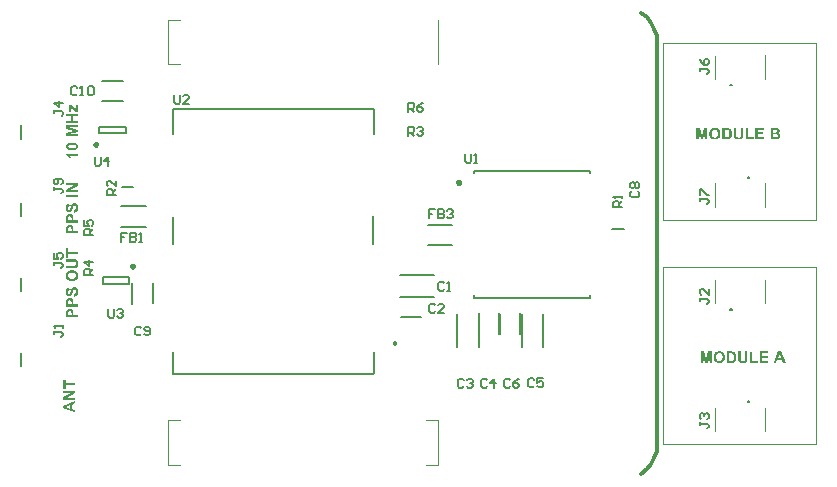
<source format=gto>
%FSTAX23Y23*%
%MOIN*%
%SFA1B1*%

%IPPOS*%
%ADD10C,0.014960*%
%ADD11C,0.009840*%
%ADD12C,0.007870*%
%ADD13C,0.006300*%
%ADD14C,0.004720*%
%ADD15C,0.003940*%
%ADD16C,0.011810*%
%ADD17C,0.008000*%
%LNtime4cm4_modular-1*%
%LPD*%
G36*
X02347Y00388D02*
X0234D01*
X0234Y00418*
X02333Y00388*
X02325*
X02318Y00418*
Y00388*
X02311*
Y00427*
X02322*
X02329Y004*
X02336Y00427*
X02347*
Y00388*
G37*
G36*
X02466Y00406D02*
Y00406D01*
Y00406*
Y00406*
Y00405*
Y00405*
X02466Y00404*
Y00403*
X02466Y00403*
X02466Y00401*
X02466Y00399*
X02466Y00399*
X02466Y00398*
X02466Y00397*
X02466Y00397*
Y00397*
X02466Y00396*
X02466Y00396*
X02465Y00396*
X02465Y00396*
X02465Y00396*
X02465Y00395*
X02465Y00394*
X02464Y00393*
X02464Y00393*
X02463Y00392*
Y00392*
X02463Y00392*
X02463Y00391*
X02463Y00391*
X02462Y00391*
X02461Y0039*
X02461Y0039*
X0246Y00389*
X02459Y00389*
X02459*
X02459Y00389*
X02458Y00389*
X02458Y00389*
X02458Y00388*
X02458Y00388*
X02457Y00388*
X02457Y00388*
X02456Y00388*
X02456Y00388*
X02455Y00388*
X02454Y00388*
X02454Y00388*
X02453Y00388*
X02452Y00388*
X02451*
X0245Y00388*
X0245*
X0245Y00388*
X02449Y00388*
X02448Y00388*
X02447Y00388*
X02446Y00388*
X02444Y00388*
X02444Y00389*
X02443Y00389*
X02443*
X02443Y00389*
X02443Y00389*
X02443Y00389*
X02442Y00389*
X02442Y00389*
X02441Y0039*
X02441Y0039*
X0244Y00391*
X02439Y00391*
X02439Y00392*
Y00392*
X02439Y00392*
X02438Y00392*
X02438Y00392*
X02438Y00393*
X02438Y00393*
X02437Y00394*
X02437Y00395*
X02437Y00395*
X02436Y00396*
Y00396*
X02436Y00396*
X02436Y00397*
X02436Y00397*
X02436Y00397*
X02436Y00398*
X02436Y00398*
X02436Y00399*
X02436Y00399*
X02436Y004*
X02436Y00401*
X02436Y00402*
X02436Y00403*
X02436Y00404*
X02436Y00405*
Y00406*
Y00427*
X02443*
Y00406*
Y00406*
Y00406*
Y00405*
Y00405*
Y00405*
Y00404*
X02443Y00404*
Y00403*
Y00402*
X02444Y00401*
Y004*
X02444Y004*
X02444Y004*
X02444Y00399*
Y00399*
X02444Y00399*
Y00399*
X02444Y00399*
X02444Y00398*
X02444Y00398*
X02444Y00397*
X02445Y00397*
X02445Y00396*
X02446Y00396*
X02446*
X02446Y00395*
X02446Y00395*
X02446Y00395*
X02447Y00395*
X02447Y00395*
X02448Y00395*
X02449Y00394*
X0245Y00394*
X02451Y00394*
X02451*
X02452Y00394*
X02452*
X02452Y00394*
X02453Y00394*
X02454Y00394*
X02455Y00395*
X02455Y00395*
X02456Y00395*
X02456Y00395*
X02456Y00396*
X02457Y00396*
X02457Y00396*
X02457Y00397*
X02458Y00397*
X02458Y00398*
X02458Y00399*
Y00399*
Y00399*
X02458Y00399*
Y00399*
X02458Y00399*
X02458Y004*
X02458Y004*
X02458Y004*
Y00401*
X02458Y00401*
X02458Y00402*
X02458Y00402*
Y00403*
X02459Y00404*
Y00404*
Y00405*
Y00427*
X02466*
Y00406*
G37*
G36*
X02593Y00388D02*
X02584D01*
X02581Y00397*
X02565*
X02562Y00388*
X02554*
X02569Y00427*
X02577*
X02593Y00388*
G37*
G36*
X02536Y0042D02*
X02515D01*
Y00412*
X02534*
Y00405*
X02515*
Y00395*
X02536*
Y00388*
X02507*
Y00427*
X02536*
Y0042*
G37*
G36*
X02482Y00395D02*
X02502D01*
Y00388*
X02475*
Y00426*
X02482*
Y00395*
G37*
G36*
X02412Y00427D02*
X02413D01*
X02414Y00427*
X02415Y00426*
X02416Y00426*
X02417Y00426*
X02418Y00426*
X02418Y00426*
X02418*
X02419Y00426*
X02419Y00426*
X02419Y00426*
X02419Y00426*
X0242Y00425*
X0242Y00425*
X02421Y00425*
X02422Y00424*
X02423Y00423*
X02424Y00422*
X02424Y00422*
X02424Y00422*
X02424Y00422*
X02425Y00422*
X02425Y00422*
X02425Y00421*
X02425Y00421*
X02426Y00421*
X02426Y0042*
X02426Y0042*
X02427Y00419*
X02427Y00417*
X02428Y00416*
Y00416*
X02428Y00416*
X02428Y00416*
X02428Y00415*
X02428Y00415*
X02428Y00415*
X02428Y00414*
X02429Y00414*
X02429Y00413*
X02429Y00412*
X02429Y00412*
X02429Y00411*
X02429Y0041*
X02429Y00409*
X02429Y00408*
Y00407*
Y00407*
Y00407*
Y00407*
Y00406*
X02429Y00406*
Y00405*
X02429Y00405*
X02429Y00404*
X02429Y00403*
X02429Y00402*
X02428Y004*
X02428Y00399*
Y00399*
X02428Y00399*
X02428Y00398*
X02428Y00398*
X02428Y00398*
X02427Y00397*
X02427Y00397*
X02427Y00396*
X02426Y00395*
X02426Y00394*
X02425Y00393*
X02424Y00392*
X02424Y00392*
X02424Y00392*
X02424Y00392*
X02423Y00392*
X02423Y00392*
X02423Y00391*
X02423Y00391*
X02422Y00391*
X02422Y0039*
X02421Y0039*
X0242Y00389*
X02418Y00389*
X02418*
X02418Y00389*
X02418Y00389*
X02418Y00389*
X02418Y00389*
X02417Y00389*
X02417Y00389*
X02417Y00389*
X02416Y00389*
X02416Y00388*
X02415Y00388*
X02414Y00388*
X02414Y00388*
X02413Y00388*
X02412Y00388*
X02397*
Y00427*
X02412*
X02412Y00427*
G37*
G36*
X02373Y00427D02*
X02374Y00427D01*
X02374Y00427*
X02375Y00427*
X02376Y00427*
X02377Y00427*
X02378Y00426*
X02379Y00426*
X0238Y00426*
X02382Y00425*
X02383Y00424*
X02384Y00424*
X02385Y00423*
X02386Y00422*
X02386Y00422*
X02386Y00422*
X02386Y00421*
X02387Y00421*
X02387Y0042*
X02387Y0042*
X02388Y00419*
X02388Y00418*
X02389Y00417*
X02389Y00416*
X0239Y00415*
X0239Y00414*
X0239Y00412*
X02391Y00411*
X02391Y00409*
X02391Y00407*
Y00407*
Y00407*
Y00407*
Y00407*
Y00407*
X02391Y00406*
X02391Y00406*
X02391Y00405*
X02391Y00404*
X02391Y00403*
X0239Y00402*
X0239Y00401*
X0239Y004*
X02389Y00398*
X02389Y00397*
X02388Y00396*
X02388Y00395*
X02387Y00394*
X02386Y00393*
X02386Y00393*
X02386Y00393*
X02385Y00392*
X02385Y00392*
X02384Y00392*
X02384Y00391*
X02383Y00391*
X02382Y0039*
X02381Y0039*
X0238Y00389*
X02379Y00389*
X02378Y00388*
X02377Y00388*
X02375Y00388*
X02374Y00388*
X02372Y00388*
X02372*
X02371Y00388*
X02371Y00388*
X0237Y00388*
X02369Y00388*
X02368Y00388*
X02367Y00388*
X02366Y00388*
X02365Y00389*
X02364Y00389*
X02363Y0039*
X02362Y0039*
X02361Y00391*
X0236Y00392*
X02359Y00393*
X02359Y00393*
X02359Y00393*
X02358Y00393*
X02358Y00394*
X02358Y00394*
X02357Y00395*
X02357Y00396*
X02356Y00396*
X02356Y00397*
X02355Y00399*
X02355Y004*
X02354Y00401*
X02354Y00402*
X02354Y00404*
X02354Y00405*
X02354Y00407*
Y00407*
Y00407*
Y00408*
X02354Y00408*
Y00409*
X02354Y00409*
X02354Y0041*
X02354Y00411*
X02354Y00411*
X02354Y00412*
X02354Y00414*
X02355Y00415*
X02355Y00416*
X02355Y00417*
Y00417*
X02355Y00417*
X02356Y00417*
X02356Y00417*
X02356Y00418*
X02356Y00418*
X02356Y00419*
X02357Y0042*
X02357Y0042*
X02358Y00421*
X02359Y00422*
X02359Y00422*
X02359Y00422*
X02359Y00422*
X02359Y00423*
X0236Y00423*
X0236Y00423*
X0236Y00424*
X02361Y00424*
X02362Y00425*
X02363Y00425*
X02364Y00426*
X02364*
X02364Y00426*
X02364Y00426*
X02365Y00426*
X02365Y00426*
X02365Y00426*
X02366Y00426*
X02366Y00426*
X02367Y00427*
X02368Y00427*
X02368Y00427*
X02369Y00427*
X02371Y00427*
X02372Y00427*
X02373*
X02373Y00427*
G37*
G36*
X02332Y01133D02*
X02325D01*
X02325Y01163*
X02318Y01133*
X0231*
X02303Y01163*
Y01133*
X02296*
Y01172*
X02307*
X02314Y01145*
X02321Y01172*
X02332*
Y01133*
G37*
G36*
X02451Y01151D02*
Y01151D01*
Y01151*
Y01151*
Y0115*
Y0115*
X02451Y01149*
Y01148*
X02451Y01148*
X02451Y01146*
X02451Y01144*
X02451Y01144*
X02451Y01143*
X02451Y01142*
X02451Y01142*
Y01142*
X02451Y01141*
X02451Y01141*
X0245Y01141*
X0245Y01141*
X0245Y01141*
X0245Y0114*
X0245Y01139*
X02449Y01138*
X02449Y01138*
X02448Y01137*
Y01137*
X02448Y01137*
X02448Y01136*
X02448Y01136*
X02447Y01136*
X02446Y01135*
X02446Y01135*
X02445Y01134*
X02444Y01134*
X02444*
X02444Y01134*
X02443Y01134*
X02443Y01134*
X02443Y01133*
X02443Y01133*
X02442Y01133*
X02442Y01133*
X02441Y01133*
X02441Y01133*
X0244Y01133*
X02439Y01133*
X02439Y01133*
X02438Y01133*
X02437Y01133*
X02436*
X02435Y01133*
X02435*
X02435Y01133*
X02434Y01133*
X02433Y01133*
X02432Y01133*
X02431Y01133*
X02429Y01133*
X02429Y01134*
X02428Y01134*
X02428*
X02428Y01134*
X02428Y01134*
X02428Y01134*
X02427Y01134*
X02427Y01134*
X02426Y01135*
X02426Y01135*
X02425Y01136*
X02424Y01136*
X02424Y01137*
Y01137*
X02424Y01137*
X02423Y01137*
X02423Y01137*
X02423Y01138*
X02423Y01138*
X02422Y01139*
X02422Y0114*
X02422Y0114*
X02421Y01141*
Y01141*
X02421Y01141*
X02421Y01142*
X02421Y01142*
X02421Y01142*
X02421Y01143*
X02421Y01143*
X02421Y01144*
X02421Y01144*
X02421Y01145*
X02421Y01146*
X02421Y01147*
X02421Y01148*
X02421Y01149*
X02421Y0115*
Y01151*
Y01172*
X02428*
Y01151*
Y01151*
Y01151*
Y0115*
Y0115*
Y0115*
Y01149*
X02428Y01149*
Y01148*
Y01147*
X02429Y01146*
Y01145*
X02429Y01145*
X02429Y01145*
X02429Y01144*
Y01144*
X02429Y01144*
Y01144*
X02429Y01144*
X02429Y01143*
X02429Y01143*
X02429Y01142*
X0243Y01142*
X0243Y01141*
X02431Y01141*
X02431*
X02431Y0114*
X02431Y0114*
X02431Y0114*
X02432Y0114*
X02432Y0114*
X02433Y0114*
X02434Y01139*
X02435Y01139*
X02436Y01139*
X02436*
X02437Y01139*
X02437*
X02437Y01139*
X02438Y01139*
X02439Y01139*
X0244Y0114*
X0244Y0114*
X02441Y0114*
X02441Y0114*
X02441Y01141*
X02442Y01141*
X02442Y01141*
X02442Y01142*
X02443Y01142*
X02443Y01143*
X02443Y01144*
Y01144*
Y01144*
X02443Y01144*
Y01144*
X02443Y01144*
X02443Y01145*
X02443Y01145*
X02443Y01145*
Y01146*
X02443Y01146*
X02443Y01147*
X02443Y01147*
Y01148*
X02444Y01149*
Y01149*
Y0115*
Y01172*
X02451*
Y01151*
G37*
G36*
X0256Y01172D02*
X02561D01*
X02562Y01172*
X02563Y01171*
X02564Y01171*
X02565Y01171*
X02565Y01171*
X02565*
X02565Y01171*
X02565Y01171*
X02566Y01171*
X02566Y01171*
X02567Y01171*
X02568Y0117*
X02568Y0117*
X02569Y0117*
X02569*
X02569Y0117*
X02569Y01169*
X0257Y01169*
X0257Y01169*
X0257Y01168*
X02571Y01168*
X02571Y01167*
X02572Y01166*
Y01166*
X02572Y01166*
X02572Y01166*
X02572Y01166*
X02572Y01166*
X02573Y01165*
X02573Y01164*
X02573Y01164*
X02573Y01163*
X02573Y01162*
Y01162*
Y01162*
Y01162*
X02573Y01161*
Y01161*
X02573Y01161*
X02573Y0116*
X02573Y0116*
X02573Y01159*
X02572Y01158*
X02572Y01157*
Y01157*
X02572Y01157*
X02572Y01157*
X02571Y01157*
X02571Y01156*
X02571Y01156*
X0257Y01155*
X02569Y01155*
X02569Y01154*
X02568Y01154*
X02568*
X02568Y01154*
X02568Y01153*
X02568Y01153*
X02569Y01153*
X02569Y01153*
X0257Y01153*
X02571Y01152*
X02571Y01152*
X02572Y01151*
X02573Y0115*
X02573Y0115*
X02573Y0115*
X02573Y0115*
X02573Y0115*
X02574Y01149*
X02574Y01149*
X02574Y01149*
X02574Y01148*
X02574Y01148*
X02575Y01147*
X02575Y01146*
X02575Y01145*
Y01144*
Y01144*
Y01144*
Y01144*
Y01144*
X02575Y01144*
X02575Y01143*
X02575Y01143*
X02575Y01142*
X02574Y01141*
X02574Y0114*
X02574Y01139*
Y01139*
X02574Y01139*
X02574Y01139*
X02574Y01139*
X02573Y01138*
X02573Y01138*
X02572Y01137*
X02572Y01136*
X02571Y01136*
X0257Y01135*
X0257*
X0257Y01135*
X0257Y01135*
X0257Y01135*
X0257Y01135*
X0257Y01135*
X02569Y01135*
X02568Y01134*
X02567Y01134*
X02566Y01134*
X02565Y01133*
X02565*
X02565Y01133*
X02565*
X02564Y01133*
X02564*
X02563Y01133*
X02563*
X02562Y01133*
X02561*
X0256Y01133*
X02558*
X02557Y01133*
X02543*
Y01172*
X0256*
X0256Y01172*
G37*
G36*
X02521Y01165D02*
X025D01*
Y01157*
X02519*
Y0115*
X025*
Y0114*
X02521*
Y01133*
X02492*
Y01172*
X02521*
Y01165*
G37*
G36*
X02467Y0114D02*
X02487D01*
Y01133*
X0246*
Y01171*
X02467*
Y0114*
G37*
G36*
X02397Y01172D02*
X02398D01*
X02399Y01172*
X024Y01171*
X02401Y01171*
X02402Y01171*
X02403Y01171*
X02403Y01171*
X02403*
X02404Y01171*
X02404Y01171*
X02404Y01171*
X02404Y01171*
X02405Y0117*
X02405Y0117*
X02406Y0117*
X02407Y01169*
X02408Y01168*
X02409Y01167*
X02409Y01167*
X02409Y01167*
X02409Y01167*
X0241Y01167*
X0241Y01167*
X0241Y01166*
X0241Y01166*
X02411Y01166*
X02411Y01165*
X02411Y01165*
X02412Y01164*
X02412Y01162*
X02413Y01161*
Y01161*
X02413Y01161*
X02413Y01161*
X02413Y0116*
X02413Y0116*
X02413Y0116*
X02413Y01159*
X02414Y01159*
X02414Y01158*
X02414Y01157*
X02414Y01157*
X02414Y01156*
X02414Y01155*
X02414Y01154*
X02414Y01153*
Y01152*
Y01152*
Y01152*
Y01152*
Y01151*
X02414Y01151*
Y0115*
X02414Y0115*
X02414Y01149*
X02414Y01148*
X02414Y01147*
X02413Y01145*
X02413Y01144*
Y01144*
X02413Y01144*
X02413Y01143*
X02413Y01143*
X02413Y01143*
X02412Y01142*
X02412Y01142*
X02412Y01141*
X02411Y0114*
X02411Y01139*
X0241Y01138*
X02409Y01137*
X02409Y01137*
X02409Y01137*
X02409Y01137*
X02408Y01137*
X02408Y01137*
X02408Y01136*
X02408Y01136*
X02407Y01136*
X02407Y01135*
X02406Y01135*
X02405Y01134*
X02403Y01134*
X02403*
X02403Y01134*
X02403Y01134*
X02403Y01134*
X02403Y01134*
X02402Y01134*
X02402Y01134*
X02402Y01134*
X02401Y01134*
X02401Y01133*
X024Y01133*
X02399Y01133*
X02399Y01133*
X02398Y01133*
X02397Y01133*
X02382*
Y01172*
X02397*
X02397Y01172*
G37*
G36*
X02358Y01172D02*
X02359Y01172D01*
X02359Y01172*
X0236Y01172*
X02361Y01172*
X02362Y01172*
X02363Y01171*
X02364Y01171*
X02365Y01171*
X02367Y0117*
X02368Y01169*
X02369Y01169*
X0237Y01168*
X02371Y01167*
X02371Y01167*
X02371Y01167*
X02371Y01166*
X02372Y01166*
X02372Y01165*
X02372Y01165*
X02373Y01164*
X02373Y01163*
X02374Y01162*
X02374Y01161*
X02375Y0116*
X02375Y01159*
X02375Y01157*
X02376Y01156*
X02376Y01154*
X02376Y01152*
Y01152*
Y01152*
Y01152*
Y01152*
Y01152*
X02376Y01151*
X02376Y01151*
X02376Y0115*
X02376Y01149*
X02376Y01148*
X02375Y01147*
X02375Y01146*
X02375Y01145*
X02374Y01143*
X02374Y01142*
X02373Y01141*
X02373Y0114*
X02372Y01139*
X02371Y01138*
X02371Y01138*
X02371Y01138*
X0237Y01137*
X0237Y01137*
X02369Y01137*
X02369Y01136*
X02368Y01136*
X02367Y01135*
X02366Y01135*
X02365Y01134*
X02364Y01134*
X02363Y01133*
X02362Y01133*
X0236Y01133*
X02359Y01133*
X02357Y01133*
X02357*
X02356Y01133*
X02356Y01133*
X02355Y01133*
X02354Y01133*
X02353Y01133*
X02352Y01133*
X02351Y01133*
X0235Y01134*
X02349Y01134*
X02348Y01135*
X02347Y01135*
X02346Y01136*
X02345Y01137*
X02344Y01138*
X02344Y01138*
X02344Y01138*
X02343Y01138*
X02343Y01139*
X02343Y01139*
X02342Y0114*
X02342Y01141*
X02341Y01141*
X02341Y01142*
X0234Y01144*
X0234Y01145*
X02339Y01146*
X02339Y01147*
X02339Y01149*
X02339Y0115*
X02339Y01152*
Y01152*
Y01152*
Y01153*
X02339Y01153*
Y01154*
X02339Y01154*
X02339Y01155*
X02339Y01156*
X02339Y01156*
X02339Y01157*
X02339Y01159*
X0234Y0116*
X0234Y01161*
X0234Y01162*
Y01162*
X0234Y01162*
X02341Y01162*
X02341Y01162*
X02341Y01163*
X02341Y01163*
X02341Y01164*
X02342Y01165*
X02342Y01165*
X02343Y01166*
X02344Y01167*
X02344Y01167*
X02344Y01167*
X02344Y01167*
X02344Y01168*
X02345Y01168*
X02345Y01168*
X02345Y01169*
X02346Y01169*
X02347Y0117*
X02348Y0117*
X02349Y01171*
X02349*
X02349Y01171*
X02349Y01171*
X0235Y01171*
X0235Y01171*
X0235Y01171*
X02351Y01171*
X02351Y01171*
X02352Y01172*
X02353Y01172*
X02353Y01172*
X02354Y01172*
X02356Y01172*
X02357Y01172*
X02358*
X02358Y01172*
G37*
G36*
X00234Y01224D02*
X00228D01*
X00216Y01234*
X00216Y01235*
X00216Y01235*
X00216Y01235*
X00216Y01235*
X00215Y01235*
X00215Y01235*
X00214Y01236*
X00214Y01237*
X00213Y01237*
X00212Y01238*
X00212Y01238*
Y01238*
X00212Y01238*
Y01237*
X00212Y01237*
Y01236*
X00212Y01236*
Y01235*
X00212Y01225*
X00206*
Y01248*
X00211*
X00223Y01237*
X00228Y01234*
Y01234*
X00227Y01234*
Y01235*
X00227Y01235*
X00227Y01236*
Y01237*
X00227Y01237*
Y01249*
X00234*
Y01224*
G37*
G36*
Y01211D02*
X00217D01*
Y01196*
X00234*
Y01188*
X00195*
Y01196*
X00211*
Y01211*
X00195*
Y01219*
X00234*
Y01211*
G37*
G36*
Y01173D02*
X00204Y01173D01*
X00234Y01166*
Y01158*
X00204Y01151*
X00234*
Y01144*
X00195*
Y01155*
X00222Y01162*
X00195Y01169*
Y01181*
X00234*
Y01173*
G37*
G36*
X00216Y01122D02*
X00216D01*
X00217*
X00218Y01122*
X00219Y01122*
X0022Y01122*
X00221Y01122*
X00222Y01122*
X00224Y01121*
X00225Y01121*
X00226Y01121*
X00227Y0112*
X00229Y0112*
X0023Y01119*
X00231Y01118*
X00231Y01118*
X00231Y01118*
X00231Y01118*
X00231Y01118*
X00232Y01118*
X00232Y01117*
X00232Y01117*
X00233Y01116*
X00233Y01116*
X00233Y01115*
X00234Y01114*
X00234Y01113*
X00234Y01113*
X00234Y01112*
X00234Y01111*
X00235Y0111*
Y0111*
X00234Y01109*
X00234Y01109*
X00234Y01108*
X00234Y01108*
X00234Y01107*
X00234Y01107*
X00234Y01106*
X00233Y01105*
X00233Y01104*
X00233Y01104*
X00232Y01103*
X00232Y01102*
X00231Y01101*
X0023Y01101*
X0023Y01101*
X0023Y01101*
X0023Y011*
X00229Y011*
X00229Y011*
X00228Y011*
X00228Y01099*
X00227Y01099*
X00226Y01099*
X00225Y01098*
X00223Y01098*
X00222Y01098*
X0022Y01098*
X00219Y01098*
X00217Y01097*
X00215Y01097*
X00215*
X00215*
X00215*
X00214*
X00214*
X00214Y01097*
X00213*
X00213*
X00212Y01097*
X00211Y01098*
X0021Y01098*
X00209Y01098*
X00208Y01098*
X00206Y01098*
X00205Y01099*
X00204Y01099*
X00202Y01099*
X00201Y011*
X002Y011*
X00199Y01101*
X00199Y01101*
X00199Y01101*
X00199Y01101*
X00199Y01102*
X00198Y01102*
X00198Y01102*
X00198Y01103*
X00197Y01103*
X00197Y01104*
X00197Y01105*
X00196Y01105*
X00196Y01106*
X00196Y01107*
X00195Y01108*
X00195Y01109*
X00195Y0111*
Y0111*
X00195Y0111*
Y01111*
X00195Y01111*
X00195Y01112*
X00196Y01112*
X00196Y01113*
X00196Y01114*
X00196Y01114*
X00197Y01115*
X00197Y01116*
X00197Y01117*
X00198Y01117*
X00199Y01118*
X00199Y01119*
X00199Y01119*
X00199Y01119*
X002Y01119*
X002Y01119*
X00201Y01119*
X00201Y0112*
X00202Y0112*
X00203Y0112*
X00204Y01121*
X00205Y01121*
X00206Y01121*
X00208Y01122*
X00209Y01122*
X00211Y01122*
X00213Y01122*
X00215Y01122*
X00215*
X00215*
X00215*
X00215*
X00216*
X00216Y01122*
G37*
G36*
X00234Y01079D02*
X00206D01*
X00206Y01079*
X00206Y01079*
X00207Y01079*
X00207Y01078*
X00207Y01078*
X00207Y01077*
X00208Y01077*
X00208Y01076*
X00209Y01076*
X00209Y01075*
X0021Y01074*
X0021Y01073*
X00211Y01072*
X00211Y01071*
X00211Y01071*
X00212Y0107*
X00205*
Y0107*
X00205Y0107*
X00205Y0107*
X00205Y0107*
X00205Y0107*
X00205Y01071*
X00204Y01071*
X00204Y01071*
X00204Y01072*
X00203Y01073*
X00202Y01074*
X00201Y01076*
X00201Y01076*
X00201Y01076*
X00201Y01076*
X00201Y01076*
X00201Y01077*
X002Y01077*
X002Y01077*
X002Y01078*
X00199Y01078*
X00198Y01079*
X00197Y0108*
X00196Y0108*
X00195Y0108*
Y01086*
X00234*
Y01079*
G37*
G36*
X00193Y0032D02*
X00225D01*
Y00313*
X00193*
Y00301*
X00186*
Y00332*
X00193*
Y0032*
G37*
G36*
X00225Y00288D02*
X00199Y00272D01*
X00225*
Y00265*
X00186*
Y00273*
X00212Y00289*
X00186*
Y00296*
X00225*
Y00288*
G37*
G36*
Y00253D02*
X00216Y00249D01*
Y00234*
X00225Y00231*
Y00223*
X00186Y00237*
Y00246*
X00225Y00261*
Y00253*
G37*
G36*
X00202Y00759D02*
X00234D01*
Y00751*
X00202*
Y00739*
X00195*
Y0077*
X00202*
Y00759*
G37*
G36*
X00218Y00734D02*
X00219D01*
X00219Y00734*
X00221Y00734*
X00223Y00734*
X00223Y00734*
X00224Y00734*
X00225Y00733*
X00225Y00733*
X00225*
X00226Y00733*
X00226Y00733*
X00226Y00733*
X00226Y00733*
X00226Y00733*
X00227Y00733*
X00228Y00732*
X00229Y00732*
X00229Y00732*
X0023Y00731*
X0023*
X0023Y00731*
X00231Y00731*
X00231Y0073*
X00231Y0073*
X00232Y00729*
X00232Y00728*
X00233Y00727*
X00233Y00726*
Y00726*
X00233Y00726*
X00233Y00726*
X00234Y00726*
X00234Y00726*
X00234Y00725*
X00234Y00725*
X00234Y00725*
X00234Y00724*
X00234Y00723*
X00234Y00723*
X00234Y00722*
X00234Y00722*
X00234Y00721*
X00235Y0072*
Y00719*
X00234Y00718*
Y00718*
X00234Y00717*
X00234Y00717*
X00234Y00716*
X00234Y00715*
X00234Y00713*
X00234Y00712*
X00233Y00711*
X00233Y00711*
Y00711*
X00233Y00711*
X00233Y00711*
X00233Y0071*
X00233Y0071*
X00233Y0071*
X00232Y00709*
X00232Y00708*
X00231Y00708*
X00231Y00707*
X0023Y00706*
X0023*
X0023Y00706*
X0023Y00706*
X0023Y00706*
X00229Y00706*
X00229Y00705*
X00228Y00705*
X00227Y00705*
X00227Y00704*
X00226Y00704*
X00226*
X00226Y00704*
X00225Y00704*
X00225Y00704*
X00225Y00704*
X00224Y00704*
X00224Y00704*
X00223Y00704*
X00223Y00704*
X00222Y00704*
X00221Y00704*
X0022Y00704*
X00219Y00703*
X00218Y00703*
X00217Y00703*
X00216*
X00195*
Y00711*
X00216*
X00216*
X00216*
X00217*
X00217*
X00217*
X00218*
X00218Y00711*
X00219*
X0022*
X00221Y00711*
X00222*
X00222Y00711*
X00222Y00711*
X00223Y00711*
X00223*
X00223Y00711*
X00223*
X00223Y00712*
X00224Y00712*
X00224Y00712*
X00225Y00712*
X00225Y00713*
X00226Y00713*
X00226Y00714*
Y00714*
X00227Y00714*
X00227Y00714*
X00227Y00714*
X00227Y00715*
X00227Y00715*
X00227Y00716*
X00228Y00717*
X00228Y00718*
X00228Y00719*
Y00719*
X00228Y00719*
Y0072*
X00228Y0072*
X00228Y00721*
X00228Y00722*
X00227Y00722*
X00227Y00723*
X00227Y00724*
X00227Y00724*
X00226Y00724*
X00226Y00724*
X00226Y00725*
X00225Y00725*
X00225Y00725*
X00224Y00726*
X00223Y00726*
X00223*
X00223*
X00223Y00726*
X00223*
X00223Y00726*
X00222Y00726*
X00222Y00726*
X00222Y00726*
X00221*
X00221Y00726*
X0022Y00726*
X0022Y00726*
X00219*
X00218Y00726*
X00218*
X00217*
X00195*
Y00734*
X00216*
X00216*
X00216*
X00216*
X00217*
X00217*
X00218Y00734*
G37*
G36*
X00216Y00697D02*
X00216Y00697D01*
X00217Y00697*
X00218Y00697*
X00219Y00697*
X0022Y00697*
X00221Y00696*
X00222Y00696*
X00224Y00696*
X00225Y00695*
X00226Y00695*
X00227Y00694*
X00228Y00693*
X00229Y00692*
X00229Y00692*
X00229Y00692*
X0023Y00692*
X0023Y00691*
X0023Y00691*
X00231Y0069*
X00231Y0069*
X00232Y00689*
X00232Y00688*
X00233Y00687*
X00233Y00686*
X00234Y00684*
X00234Y00683*
X00234Y00682*
X00234Y0068*
X00235Y00679*
Y00678*
X00234Y00678*
X00234Y00677*
X00234Y00677*
X00234Y00676*
X00234Y00675*
X00234Y00674*
X00234Y00673*
X00233Y00672*
X00233Y00671*
X00232Y00669*
X00232Y00668*
X00231Y00667*
X0023Y00666*
X00229Y00665*
X00229Y00665*
X00229Y00665*
X00229Y00665*
X00228Y00664*
X00228Y00664*
X00227Y00664*
X00226Y00663*
X00226Y00663*
X00225Y00662*
X00223Y00662*
X00222Y00661*
X00221Y00661*
X0022Y00661*
X00218Y0066*
X00217Y0066*
X00215Y0066*
X00215*
X00215*
X00214*
X00214Y0066*
X00213*
X00213Y0066*
X00212Y0066*
X00211Y0066*
X00211Y0066*
X0021Y00661*
X00208Y00661*
X00207Y00661*
X00206Y00662*
X00205Y00662*
X00205*
X00205Y00662*
X00205Y00662*
X00205Y00662*
X00204Y00662*
X00204Y00662*
X00203Y00663*
X00202Y00663*
X00202Y00664*
X00201Y00665*
X002Y00665*
X002Y00665*
X002Y00666*
X002Y00666*
X00199Y00666*
X00199Y00666*
X00199Y00666*
X00198Y00667*
X00198Y00668*
X00197Y00669*
X00197Y00669*
X00196Y0067*
Y0067*
X00196Y00671*
X00196Y00671*
X00196Y00671*
X00196Y00671*
X00196Y00672*
X00196Y00672*
X00196Y00673*
X00195Y00673*
X00195Y00674*
X00195Y00675*
X00195Y00675*
X00195Y00677*
X00195Y00679*
Y00679*
X00195Y0068*
X00195Y0068*
X00195Y00681*
X00195Y00682*
X00195Y00683*
X00195Y00684*
X00196Y00685*
X00196Y00686*
X00196Y00687*
X00197Y00688*
X00198Y00689*
X00198Y0069*
X00199Y00691*
X002Y00692*
X002Y00692*
X002Y00692*
X00201Y00693*
X00201Y00693*
X00202Y00693*
X00202Y00694*
X00203Y00694*
X00204Y00695*
X00205Y00695*
X00206Y00696*
X00207Y00696*
X00208Y00697*
X0021Y00697*
X00211Y00697*
X00213Y00697*
X00215Y00697*
X00215*
X00215*
X00215*
X00215*
X00215*
X00216Y00697*
G37*
G36*
X00223Y0064D02*
X00223D01*
X00224Y0064*
X00224Y0064*
X00225Y0064*
X00226Y0064*
X00227Y0064*
X00228Y00639*
X00228Y00639*
X00229Y00638*
X00229*
X00229Y00638*
X00229Y00638*
X00229Y00638*
X0023Y00638*
X0023Y00638*
X0023Y00637*
X00231Y00636*
X00232Y00635*
X00233Y00634*
X00233Y00633*
Y00633*
X00233Y00633*
X00233Y00633*
X00233Y00633*
X00233Y00632*
X00234Y00632*
X00234Y00631*
X00234Y00631*
X00234Y0063*
X00234Y0063*
X00234Y00629*
X00234Y00628*
X00234Y00628*
X00234Y00627*
X00235Y00626*
Y00625*
X00234Y00624*
Y00624*
X00234Y00623*
X00234Y00622*
X00234Y00622*
X00234Y00621*
X00234Y0062*
X00234Y00619*
X00233Y00618*
X00233Y00617*
X00233Y00616*
X00232Y00615*
X00232Y00614*
X00231Y00614*
X00231Y00614*
X00231Y00614*
X00231Y00613*
X00231Y00613*
X0023Y00613*
X0023Y00612*
X00229Y00612*
X00229Y00612*
X00228Y00611*
X00227Y00611*
X00226Y0061*
X00226Y0061*
X00225Y0061*
X00224Y00609*
X00223Y00609*
X00221Y00609*
X00221Y00617*
X00221*
X00221Y00617*
X00221Y00617*
X00221Y00617*
X00222Y00617*
X00222Y00617*
X00223Y00617*
X00224Y00618*
X00225Y00618*
X00225Y00619*
X00226Y00619*
X00226Y00619*
Y00619*
X00226Y00619*
X00226Y0062*
X00227Y0062*
X00227Y0062*
X00227Y0062*
X00227Y0062*
X00227Y00621*
X00227Y00622*
X00228Y00623*
X00228Y00624*
X00228Y00625*
Y00625*
X00228Y00626*
Y00626*
X00228Y00626*
X00228Y00627*
X00228Y00628*
X00227Y00629*
X00227Y0063*
X00227Y0063*
X00226Y00631*
Y00631*
X00226Y00631*
X00226Y00631*
X00226Y00631*
X00225Y00632*
X00225Y00632*
X00224Y00632*
X00223Y00632*
X00223Y00633*
X00223*
X00223*
X00222*
X00222Y00633*
X00222Y00632*
X00222Y00632*
X00221Y00632*
X00221Y00632*
X0022Y00632*
X0022Y00632*
X0022Y00632*
X0022Y00631*
X0022Y00631*
X0022Y00631*
X00219Y0063*
X00219Y0063*
X00219Y00629*
X00219Y00629*
Y00629*
X00219Y00629*
X00219Y00628*
X00218Y00628*
X00218Y00628*
X00218Y00628*
X00218Y00627*
X00218Y00627*
X00218Y00626*
X00218Y00626*
X00218Y00625*
X00217Y00624*
X00217Y00624*
X00217Y00623*
Y00623*
X00217Y00622*
X00217Y00622*
X00217Y00622*
X00217Y00621*
X00216Y00621*
X00216Y0062*
X00216Y00619*
X00215Y00618*
X00215Y00616*
X00214Y00616*
X00214Y00615*
X00214Y00615*
X00213Y00614*
X00213Y00614*
X00213Y00614*
X00213Y00614*
X00213Y00613*
X00212Y00613*
X00212Y00613*
X00212Y00613*
X00211Y00612*
X00211Y00612*
X0021Y00612*
X00209Y00611*
X00209Y00611*
X00208Y00611*
X00207Y00611*
X00206Y00611*
X00206Y0061*
X00205*
X00205*
X00205*
X00205Y00611*
X00205*
X00204Y00611*
X00204Y00611*
X00203Y00611*
X00202Y00611*
X00201Y00612*
X002Y00612*
X002*
X002Y00612*
X002Y00612*
X002Y00612*
X00199Y00613*
X00199Y00613*
X00198Y00614*
X00197Y00615*
X00197Y00616*
X00196Y00617*
Y00617*
X00196Y00617*
X00196Y00617*
X00196Y00617*
X00196Y00618*
X00196Y00618*
X00196Y00619*
X00195Y00619*
X00195Y0062*
X00195Y0062*
X00195Y00621*
X00195Y00621*
X00195Y00622*
X00195Y00623*
X00195Y00624*
Y00625*
X00195Y00626*
X00195Y00626*
X00195Y00627*
X00195Y00628*
X00195Y00629*
X00195Y00629*
X00196Y0063*
X00196Y00631*
X00196Y00632*
X00196Y00633*
X00197Y00634*
X00197Y00635*
X00198Y00635*
X00198Y00635*
X00198Y00636*
X00198Y00636*
X00199Y00636*
X00199Y00636*
X00199Y00637*
X002Y00637*
X002Y00637*
X00201Y00638*
X00201Y00638*
X00202Y00638*
X00203Y00639*
X00204Y00639*
X00205Y00639*
X00205Y00639*
X00206Y00639*
X00207Y00631*
X00207*
X00207Y00631*
X00206*
X00206Y00631*
X00206Y00631*
X00206Y00631*
X00205Y00631*
X00204Y00631*
X00204Y0063*
X00203Y0063*
X00203Y00629*
X00202Y00629*
X00202Y00629*
X00202Y00629*
X00202Y00628*
X00202Y00627*
X00201Y00627*
X00201Y00626*
X00201Y00624*
Y00624*
X00201Y00624*
X00201Y00623*
X00201Y00622*
X00202Y00622*
X00202Y00621*
X00202Y0062*
X00203Y00619*
X00203Y00619*
X00203Y00619*
X00203Y00619*
X00203Y00619*
X00204Y00618*
X00204Y00618*
X00204Y00618*
X00205Y00618*
X00205*
X00205*
X00205Y00618*
X00206Y00618*
X00206Y00618*
X00207Y00618*
X00207Y00619*
X00207Y00619*
X00207Y00619*
X00207Y00619*
X00208Y00619*
X00208Y0062*
X00208Y0062*
X00208Y0062*
X00208Y0062*
X00208Y00621*
X00208Y00621*
X00209Y00622*
X00209Y00623*
X00209Y00623*
X00209Y00624*
X0021Y00625*
X0021Y00626*
Y00626*
X0021Y00626*
X0021Y00627*
X0021Y00627*
X0021Y00628*
X0021Y00628*
X00211Y00629*
X00211Y00629*
X00211Y00631*
X00212Y00632*
X00212Y00633*
X00212Y00633*
X00212Y00634*
X00213Y00634*
Y00635*
X00213Y00635*
X00213Y00635*
X00213Y00635*
X00213Y00635*
X00214Y00636*
X00214Y00637*
X00215Y00637*
X00216Y00638*
X00217Y00639*
X00217*
X00217Y00639*
X00217Y00639*
X00217Y00639*
X00217Y00639*
X00218Y00639*
X00218Y00639*
X00218Y0064*
X00219Y0064*
X00219Y0064*
X0022Y0064*
X00221Y0064*
X00223Y0064*
X00223*
X00223*
X00223*
X00223Y0064*
G37*
G36*
X00208Y00605D02*
X00209Y00605D01*
X00209Y00605*
X00209Y00605*
X0021Y00604*
X00211Y00604*
X00212Y00604*
X00213Y00603*
X00213*
X00213Y00603*
X00213Y00603*
X00214Y00603*
X00214Y00603*
X00215Y00603*
X00215Y00602*
X00216Y00601*
X00216Y00601*
X00217Y006*
Y006*
X00217Y006*
X00217Y006*
X00217Y00599*
X00218Y00599*
X00218Y00598*
X00218Y00598*
X00219Y00597*
X00219Y00596*
Y00596*
X00219Y00596*
Y00596*
X00219Y00596*
X00219Y00595*
X00219Y00595*
X00219Y00595*
X00219Y00594*
X00219Y00594*
X00219Y00593*
X00219Y00592*
X00219Y00592*
X00219Y00591*
Y0059*
X00219Y00589*
Y00583*
X00234*
Y00575*
X00195*
Y00589*
X00195Y0059*
Y00591*
X00195Y00592*
X00196Y00593*
X00196Y00594*
X00196Y00595*
X00196Y00595*
X00196Y00596*
X00196Y00596*
X00196Y00597*
Y00597*
X00196Y00597*
X00196Y00597*
X00196Y00597*
X00196Y00598*
X00196Y00598*
X00197Y00599*
X00197Y006*
X00198Y00601*
X00198Y00601*
X00199Y00602*
X00199Y00602*
X002Y00602*
X002Y00602*
X002Y00603*
X002Y00603*
X002Y00603*
X00201Y00603*
X00201Y00603*
X00201Y00603*
X00202Y00604*
X00202Y00604*
X00203Y00604*
X00203Y00604*
X00204Y00604*
X00205Y00604*
X00206Y00605*
X00206Y00605*
X00207Y00605*
X00207*
X00207*
X00208*
X00208*
X00208Y00605*
G37*
G36*
Y00569D02*
X00209Y00569D01*
X00209Y00569*
X00209Y00569*
X0021Y00569*
X00211Y00568*
X00212Y00568*
X00213Y00568*
X00213*
X00213Y00568*
X00213Y00568*
X00214Y00567*
X00214Y00567*
X00215Y00567*
X00215Y00566*
X00216Y00566*
X00216Y00565*
X00217Y00564*
Y00564*
X00217Y00564*
X00217Y00564*
X00217Y00564*
X00218Y00563*
X00218Y00563*
X00218Y00562*
X00219Y00561*
X00219Y0056*
Y0056*
X00219Y0056*
Y0056*
X00219Y0056*
X00219Y0056*
X00219Y00559*
X00219Y00559*
X00219Y00558*
X00219Y00558*
X00219Y00557*
X00219Y00556*
X00219Y00556*
X00219Y00555*
Y00554*
X00219Y00553*
Y00547*
X00234*
Y0054*
X00195*
Y00554*
X00195Y00554*
Y00555*
X00195Y00556*
X00196Y00557*
X00196Y00558*
X00196Y00559*
X00196Y0056*
X00196Y0056*
X00196Y00561*
X00196Y00561*
Y00561*
X00196Y00561*
X00196Y00561*
X00196Y00562*
X00196Y00562*
X00196Y00562*
X00197Y00563*
X00197Y00564*
X00198Y00565*
X00198Y00565*
X00199Y00566*
X00199Y00566*
X002Y00567*
X002Y00567*
X002Y00567*
X002Y00567*
X002Y00567*
X00201Y00567*
X00201Y00567*
X00201Y00568*
X00202Y00568*
X00202Y00568*
X00203Y00568*
X00203Y00568*
X00204Y00569*
X00205Y00569*
X00206Y00569*
X00206Y00569*
X00207Y00569*
X00207*
X00207*
X00208*
X00208*
X00208Y00569*
G37*
G36*
X00234Y00979D02*
X00209Y00964D01*
X00234*
Y00957*
X00195*
Y00964*
X00221Y0098*
X00195*
Y00987*
X00234*
Y00979*
G37*
G36*
Y00941D02*
X00195D01*
Y00949*
X00234*
Y00941*
G37*
G36*
X00223Y0092D02*
X00223D01*
X00224Y0092*
X00224Y0092*
X00225Y0092*
X00226Y0092*
X00227Y0092*
X00228Y00919*
X00228Y00919*
X00229Y00918*
X00229*
X00229Y00918*
X00229Y00918*
X00229Y00918*
X0023Y00918*
X0023Y00918*
X0023Y00917*
X00231Y00916*
X00232Y00915*
X00233Y00914*
X00233Y00913*
Y00913*
X00233Y00913*
X00233Y00913*
X00233Y00913*
X00233Y00912*
X00234Y00912*
X00234Y00911*
X00234Y00911*
X00234Y0091*
X00234Y0091*
X00234Y00909*
X00234Y00908*
X00234Y00908*
X00234Y00907*
X00235Y00906*
Y00905*
X00234Y00904*
Y00904*
X00234Y00903*
X00234Y00902*
X00234Y00902*
X00234Y00901*
X00234Y009*
X00234Y00899*
X00233Y00898*
X00233Y00897*
X00233Y00896*
X00232Y00895*
X00232Y00894*
X00231Y00894*
X00231Y00894*
X00231Y00894*
X00231Y00893*
X00231Y00893*
X0023Y00893*
X0023Y00892*
X00229Y00892*
X00229Y00892*
X00228Y00891*
X00227Y00891*
X00226Y0089*
X00226Y0089*
X00225Y0089*
X00224Y00889*
X00223Y00889*
X00221Y00889*
X00221Y00897*
X00221*
X00221Y00897*
X00221Y00897*
X00221Y00897*
X00222Y00897*
X00222Y00897*
X00223Y00897*
X00224Y00898*
X00225Y00898*
X00225Y00899*
X00226Y00899*
X00226Y00899*
Y00899*
X00226Y00899*
X00226Y009*
X00227Y009*
X00227Y009*
X00227Y009*
X00227Y009*
X00227Y00901*
X00227Y00902*
X00228Y00903*
X00228Y00904*
X00228Y00905*
Y00905*
X00228Y00906*
Y00906*
X00228Y00906*
X00228Y00907*
X00228Y00908*
X00227Y00909*
X00227Y0091*
X00227Y0091*
X00226Y00911*
Y00911*
X00226Y00911*
X00226Y00911*
X00226Y00911*
X00225Y00912*
X00225Y00912*
X00224Y00912*
X00223Y00912*
X00223Y00913*
X00223*
X00223*
X00222*
X00222Y00913*
X00222Y00912*
X00222Y00912*
X00221Y00912*
X00221Y00912*
X0022Y00912*
X0022Y00912*
X0022Y00912*
X0022Y00911*
X0022Y00911*
X0022Y00911*
X00219Y0091*
X00219Y0091*
X00219Y00909*
X00219Y00909*
Y00909*
X00219Y00909*
X00219Y00908*
X00218Y00908*
X00218Y00908*
X00218Y00908*
X00218Y00907*
X00218Y00907*
X00218Y00906*
X00218Y00906*
X00218Y00905*
X00217Y00904*
X00217Y00904*
X00217Y00903*
Y00903*
X00217Y00902*
X00217Y00902*
X00217Y00902*
X00217Y00901*
X00216Y00901*
X00216Y009*
X00216Y00899*
X00215Y00898*
X00215Y00896*
X00214Y00896*
X00214Y00895*
X00214Y00895*
X00213Y00894*
X00213Y00894*
X00213Y00894*
X00213Y00894*
X00213Y00893*
X00212Y00893*
X00212Y00893*
X00212Y00893*
X00211Y00892*
X00211Y00892*
X0021Y00892*
X00209Y00891*
X00209Y00891*
X00208Y00891*
X00207Y00891*
X00206Y00891*
X00206Y0089*
X00205*
X00205*
X00205*
X00205Y00891*
X00205*
X00204Y00891*
X00204Y00891*
X00203Y00891*
X00202Y00891*
X00201Y00892*
X002Y00892*
X002*
X002Y00892*
X002Y00892*
X002Y00892*
X00199Y00893*
X00199Y00893*
X00198Y00894*
X00197Y00895*
X00197Y00896*
X00196Y00897*
Y00897*
X00196Y00897*
X00196Y00897*
X00196Y00897*
X00196Y00898*
X00196Y00898*
X00196Y00899*
X00195Y00899*
X00195Y009*
X00195Y009*
X00195Y00901*
X00195Y00901*
X00195Y00902*
X00195Y00903*
X00195Y00904*
Y00905*
X00195Y00906*
X00195Y00906*
X00195Y00907*
X00195Y00908*
X00195Y00909*
X00195Y00909*
X00196Y0091*
X00196Y00911*
X00196Y00912*
X00196Y00913*
X00197Y00914*
X00197Y00915*
X00198Y00915*
X00198Y00915*
X00198Y00916*
X00198Y00916*
X00199Y00916*
X00199Y00916*
X00199Y00917*
X002Y00917*
X002Y00917*
X00201Y00918*
X00201Y00918*
X00202Y00918*
X00203Y00919*
X00204Y00919*
X00205Y00919*
X00205Y00919*
X00206Y00919*
X00207Y00911*
X00207*
X00207Y00911*
X00206*
X00206Y00911*
X00206Y00911*
X00206Y00911*
X00205Y00911*
X00204Y00911*
X00204Y0091*
X00203Y0091*
X00203Y00909*
X00202Y00909*
X00202Y00909*
X00202Y00909*
X00202Y00908*
X00202Y00907*
X00201Y00907*
X00201Y00906*
X00201Y00904*
Y00904*
X00201Y00904*
X00201Y00903*
X00201Y00902*
X00202Y00902*
X00202Y00901*
X00202Y009*
X00203Y00899*
X00203Y00899*
X00203Y00899*
X00203Y00899*
X00203Y00899*
X00204Y00898*
X00204Y00898*
X00204Y00898*
X00205Y00898*
X00205*
X00205*
X00205Y00898*
X00206Y00898*
X00206Y00898*
X00207Y00898*
X00207Y00899*
X00207Y00899*
X00207Y00899*
X00207Y00899*
X00208Y00899*
X00208Y009*
X00208Y009*
X00208Y009*
X00208Y009*
X00208Y00901*
X00208Y00901*
X00209Y00902*
X00209Y00903*
X00209Y00903*
X00209Y00904*
X0021Y00905*
X0021Y00906*
Y00906*
X0021Y00906*
X0021Y00907*
X0021Y00907*
X0021Y00908*
X0021Y00908*
X00211Y00909*
X00211Y00909*
X00211Y00911*
X00212Y00912*
X00212Y00913*
X00212Y00913*
X00212Y00914*
X00213Y00914*
Y00915*
X00213Y00915*
X00213Y00915*
X00213Y00915*
X00213Y00915*
X00214Y00916*
X00214Y00917*
X00215Y00917*
X00216Y00918*
X00217Y00919*
X00217*
X00217Y00919*
X00217Y00919*
X00217Y00919*
X00217Y00919*
X00218Y00919*
X00218Y00919*
X00218Y0092*
X00219Y0092*
X00219Y0092*
X0022Y0092*
X00221Y0092*
X00223Y0092*
X00223*
X00223*
X00223*
X00223Y0092*
G37*
G36*
X00208Y00885D02*
X00209Y00885D01*
X00209Y00885*
X00209Y00885*
X0021Y00884*
X00211Y00884*
X00212Y00884*
X00213Y00883*
X00213*
X00213Y00883*
X00213Y00883*
X00214Y00883*
X00214Y00883*
X00215Y00883*
X00215Y00882*
X00216Y00881*
X00216Y00881*
X00217Y0088*
Y0088*
X00217Y0088*
X00217Y0088*
X00217Y00879*
X00218Y00879*
X00218Y00878*
X00218Y00878*
X00219Y00877*
X00219Y00876*
Y00876*
X00219Y00876*
Y00876*
X00219Y00876*
X00219Y00875*
X00219Y00875*
X00219Y00875*
X00219Y00874*
X00219Y00874*
X00219Y00873*
X00219Y00872*
X00219Y00872*
X00219Y00871*
Y0087*
X00219Y00869*
Y00863*
X00234*
Y00855*
X00195*
Y00869*
X00195Y0087*
Y00871*
X00195Y00872*
X00196Y00873*
X00196Y00874*
X00196Y00875*
X00196Y00875*
X00196Y00876*
X00196Y00876*
X00196Y00877*
Y00877*
X00196Y00877*
X00196Y00877*
X00196Y00877*
X00196Y00878*
X00196Y00878*
X00197Y00879*
X00197Y0088*
X00198Y00881*
X00198Y00881*
X00199Y00882*
X00199Y00882*
X002Y00882*
X002Y00882*
X002Y00883*
X002Y00883*
X002Y00883*
X00201Y00883*
X00201Y00883*
X00201Y00883*
X00202Y00884*
X00202Y00884*
X00203Y00884*
X00203Y00884*
X00204Y00884*
X00205Y00884*
X00206Y00885*
X00206Y00885*
X00207Y00885*
X00207*
X00207*
X00208*
X00208*
X00208Y00885*
G37*
G36*
Y00849D02*
X00209Y00849D01*
X00209Y00849*
X00209Y00849*
X0021Y00849*
X00211Y00848*
X00212Y00848*
X00213Y00848*
X00213*
X00213Y00848*
X00213Y00848*
X00214Y00847*
X00214Y00847*
X00215Y00847*
X00215Y00846*
X00216Y00846*
X00216Y00845*
X00217Y00844*
Y00844*
X00217Y00844*
X00217Y00844*
X00217Y00844*
X00218Y00843*
X00218Y00843*
X00218Y00842*
X00219Y00841*
X00219Y0084*
Y0084*
X00219Y0084*
Y0084*
X00219Y0084*
X00219Y0084*
X00219Y00839*
X00219Y00839*
X00219Y00838*
X00219Y00838*
X00219Y00837*
X00219Y00836*
X00219Y00836*
X00219Y00835*
Y00834*
X00219Y00833*
Y00827*
X00234*
Y0082*
X00195*
Y00834*
X00195Y00834*
Y00835*
X00195Y00836*
X00196Y00837*
X00196Y00838*
X00196Y00839*
X00196Y0084*
X00196Y0084*
X00196Y00841*
X00196Y00841*
Y00841*
X00196Y00841*
X00196Y00841*
X00196Y00842*
X00196Y00842*
X00196Y00842*
X00197Y00843*
X00197Y00844*
X00198Y00845*
X00198Y00845*
X00199Y00846*
X00199Y00846*
X002Y00847*
X002Y00847*
X002Y00847*
X002Y00847*
X002Y00847*
X00201Y00847*
X00201Y00847*
X00201Y00848*
X00202Y00848*
X00202Y00848*
X00203Y00848*
X00203Y00848*
X00204Y00849*
X00205Y00849*
X00206Y00849*
X00206Y00849*
X00207Y00849*
X00207*
X00207*
X00208*
X00208*
X00208Y00849*
G37*
%LNtime4cm4_modular-2*%
%LPC*%
G36*
X02573Y00418D02*
X02568Y00403D01*
X02578*
X02573Y00418*
G37*
G36*
X0241Y0042D02*
X02405D01*
Y00395*
X02412*
X02412Y00395*
X02413Y00395*
X02414Y00395*
X02415Y00395*
X02415Y00395*
X02415Y00395*
X02415*
X02415Y00395*
X02416Y00395*
X02416Y00395*
X02416Y00395*
X02417Y00396*
X02417Y00396*
X02418Y00396*
X02418Y00397*
X02418Y00397*
X02419Y00397*
X02419Y00397*
X02419Y00398*
X02419Y00398*
X0242Y00399*
X0242Y00399*
X0242Y004*
Y004*
X0242Y004*
X0242Y00401*
X0242Y00401*
X02421Y00401*
X02421Y00401*
X02421Y00402*
X02421Y00402*
X02421Y00403*
X02421Y00403*
X02421Y00404*
X02421Y00404*
X02421Y00405*
X02421Y00406*
X02421Y00407*
Y00407*
Y00407*
Y00408*
Y00408*
Y00408*
X02421Y00409*
Y00409*
X02421Y00409*
Y0041*
X02421Y00411*
X02421Y00412*
X02421Y00413*
X0242Y00414*
X0242Y00414*
Y00414*
X0242Y00414*
X0242Y00414*
X0242Y00415*
X0242Y00415*
X0242Y00416*
X02419Y00416*
X02419Y00417*
X02419Y00417*
X02418Y00418*
X02418Y00418*
X02418Y00418*
X02418Y00418*
X02417Y00419*
X02417Y00419*
X02416Y00419*
X02415Y0042*
X02415Y0042*
X02414*
X02414Y0042*
X02414*
X02414Y0042*
X02414Y0042*
X02414Y0042*
X02413Y0042*
X02413*
X02412Y0042*
X02412Y0042*
X02411Y0042*
X02411*
X0241Y0042*
G37*
G36*
X02372Y00421D02*
X02372D01*
X02372Y00421*
X02371Y00421*
X02371Y0042*
X0237Y0042*
X0237Y0042*
X02369Y0042*
X02368Y0042*
X02368Y0042*
X02367Y00419*
X02366Y00419*
X02366Y00418*
X02365Y00418*
X02365Y00417*
X02365Y00417*
X02364Y00417*
X02364Y00417*
X02364Y00417*
X02364Y00416*
X02364Y00416*
X02363Y00415*
X02363Y00415*
X02363Y00414*
X02363Y00413*
X02362Y00413*
X02362Y00412*
X02362Y00411*
X02362Y0041*
X02362Y00409*
X02362Y00407*
Y00407*
Y00407*
X02362Y00407*
Y00406*
X02362Y00406*
X02362Y00405*
X02362Y00404*
X02362Y00404*
X02362Y00403*
X02362Y00402*
X02363Y00401*
X02363Y004*
X02363Y004*
X02364Y00399*
X02364Y00398*
X02365Y00397*
X02365Y00397*
X02365Y00397*
X02365Y00397*
X02365Y00397*
X02365Y00397*
X02366Y00396*
X02366Y00396*
X02367Y00396*
X02367Y00395*
X02368Y00395*
X02368Y00395*
X02369Y00395*
X0237Y00394*
X02371Y00394*
X02371Y00394*
X02372Y00394*
X02373*
X02373Y00394*
X02373*
X02373Y00394*
X02374Y00394*
X02374Y00394*
X02375Y00395*
X02376Y00395*
X02376Y00395*
X02377Y00395*
X02377Y00396*
X02378Y00396*
X02379Y00396*
X02379Y00397*
X0238Y00397*
X0238Y00397*
X0238Y00398*
X0238Y00398*
X0238Y00398*
X02381Y00398*
X02381Y00399*
X02381Y00399*
X02381Y004*
X02382Y00401*
X02382Y00401*
X02382Y00402*
X02382Y00403*
X02383Y00404*
X02383Y00405*
X02383Y00406*
X02383Y00407*
Y00408*
Y00408*
Y00408*
X02383Y00409*
X02383Y00409*
X02383Y0041*
X02383Y0041*
X02383Y00411*
X02382Y00412*
X02382Y00413*
X02382Y00414*
X02382Y00414*
X02381Y00415*
X02381Y00416*
X02381Y00417*
X0238Y00417*
X0238Y00417*
X0238Y00417*
X0238Y00418*
X02379Y00418*
X02379Y00418*
X02379Y00418*
X02378Y00419*
X02378Y00419*
X02377Y00419*
X02377Y0042*
X02376Y0042*
X02376Y0042*
X02375Y0042*
X02374Y0042*
X02373Y00421*
X02372Y00421*
G37*
G36*
X02558Y01165D02*
X02551D01*
Y01156*
X02558*
X02559Y01156*
X0256*
X0256Y01156*
X02561*
X02561Y01156*
X02561*
X02562Y01157*
X02562Y01157*
X02562Y01157*
X02563Y01157*
X02563Y01157*
X02564Y01157*
X02564Y01158*
X02564Y01158*
X02565Y01158*
X02565Y01158*
X02565Y01159*
X02565Y01159*
X02565Y0116*
X02566Y0116*
X02566Y01161*
Y01161*
Y01161*
X02566Y01161*
X02565Y01162*
X02565Y01162*
X02565Y01163*
X02565Y01163*
X02565Y01164*
X02565Y01164*
X02564Y01164*
X02564Y01164*
X02564Y01164*
X02563Y01165*
X02563Y01165*
X02562Y01165*
X02562Y01165*
X02562*
X02561Y01165*
X02561*
X02561Y01165*
X0256*
X0256Y01165*
X02558*
X02558Y01165*
G37*
G36*
X02558Y0115D02*
X02551D01*
Y0114*
X02559*
X0256Y0114*
X02561*
X02562Y0114*
X02562Y0114*
X02563*
X02563Y0114*
X02563Y0114*
X02563*
X02563Y0114*
X02564Y0114*
X02564Y0114*
X02565Y0114*
X02565Y01141*
X02565Y01141*
X02566Y01141*
X02566Y01141*
X02566Y01142*
X02566Y01142*
X02566Y01142*
X02567Y01143*
X02567Y01143*
X02567Y01144*
X02567Y01145*
Y01145*
Y01145*
X02567Y01145*
X02567Y01146*
X02567Y01146*
X02567Y01147*
X02566Y01147*
X02566Y01148*
X02566Y01148*
X02566Y01148*
X02566Y01148*
X02566Y01148*
X02565Y01149*
X02565Y01149*
X02564Y01149*
X02564Y01149*
X02564Y01149*
X02564*
X02563Y01149*
X02563Y01149*
X02563Y0115*
X02563Y0115*
X02562Y0115*
X02562Y0115*
X02561Y0115*
X02561Y0115*
X0256Y0115*
X02559Y0115*
X02559*
X02558Y0115*
G37*
G36*
X02395Y01165D02*
X0239D01*
Y0114*
X02397*
X02397Y0114*
X02398Y0114*
X02399Y0114*
X024Y0114*
X024Y0114*
X024Y0114*
X024*
X024Y0114*
X02401Y0114*
X02401Y0114*
X02401Y0114*
X02402Y01141*
X02402Y01141*
X02403Y01141*
X02403Y01142*
X02403Y01142*
X02404Y01142*
X02404Y01142*
X02404Y01143*
X02404Y01143*
X02405Y01144*
X02405Y01144*
X02405Y01145*
Y01145*
X02405Y01145*
X02405Y01146*
X02405Y01146*
X02406Y01146*
X02406Y01146*
X02406Y01147*
X02406Y01147*
X02406Y01148*
X02406Y01148*
X02406Y01149*
X02406Y01149*
X02406Y0115*
X02406Y01151*
X02406Y01152*
Y01152*
Y01152*
Y01153*
Y01153*
Y01153*
X02406Y01154*
Y01154*
X02406Y01154*
Y01155*
X02406Y01156*
X02406Y01157*
X02406Y01158*
X02405Y01159*
X02405Y01159*
Y01159*
X02405Y01159*
X02405Y01159*
X02405Y0116*
X02405Y0116*
X02405Y01161*
X02404Y01161*
X02404Y01162*
X02404Y01162*
X02403Y01163*
X02403Y01163*
X02403Y01163*
X02403Y01163*
X02402Y01164*
X02402Y01164*
X02401Y01164*
X024Y01165*
X024Y01165*
X02399*
X02399Y01165*
X02399*
X02399Y01165*
X02399Y01165*
X02399Y01165*
X02398Y01165*
X02398*
X02397Y01165*
X02397Y01165*
X02396Y01165*
X02396*
X02395Y01165*
G37*
G36*
X02357Y01166D02*
X02357D01*
X02357Y01166*
X02356Y01166*
X02356Y01165*
X02355Y01165*
X02355Y01165*
X02354Y01165*
X02353Y01165*
X02353Y01165*
X02352Y01164*
X02351Y01164*
X02351Y01163*
X0235Y01163*
X0235Y01162*
X0235Y01162*
X02349Y01162*
X02349Y01162*
X02349Y01162*
X02349Y01161*
X02349Y01161*
X02348Y0116*
X02348Y0116*
X02348Y01159*
X02348Y01158*
X02347Y01158*
X02347Y01157*
X02347Y01156*
X02347Y01155*
X02347Y01154*
X02347Y01152*
Y01152*
Y01152*
X02347Y01152*
Y01151*
X02347Y01151*
X02347Y0115*
X02347Y01149*
X02347Y01149*
X02347Y01148*
X02347Y01147*
X02348Y01146*
X02348Y01145*
X02348Y01145*
X02349Y01144*
X02349Y01143*
X0235Y01142*
X0235Y01142*
X0235Y01142*
X0235Y01142*
X0235Y01142*
X02351Y01142*
X02351Y01141*
X02351Y01141*
X02352Y01141*
X02352Y0114*
X02353Y0114*
X02353Y0114*
X02354Y0114*
X02355Y01139*
X02356Y01139*
X02356Y01139*
X02357Y01139*
X02358*
X02358Y01139*
X02358*
X02358Y01139*
X02359Y01139*
X02359Y01139*
X0236Y0114*
X02361Y0114*
X02361Y0114*
X02362Y0114*
X02362Y01141*
X02363Y01141*
X02364Y01141*
X02364Y01142*
X02365Y01142*
X02365Y01142*
X02365Y01143*
X02365Y01143*
X02365Y01143*
X02366Y01143*
X02366Y01144*
X02366Y01144*
X02366Y01145*
X02367Y01146*
X02367Y01146*
X02367Y01147*
X02367Y01148*
X02368Y01149*
X02368Y0115*
X02368Y01151*
X02368Y01152*
Y01153*
Y01153*
Y01153*
X02368Y01154*
X02368Y01154*
X02368Y01155*
X02368Y01155*
X02368Y01156*
X02367Y01157*
X02367Y01158*
X02367Y01159*
X02367Y01159*
X02366Y0116*
X02366Y01161*
X02366Y01162*
X02365Y01162*
X02365Y01162*
X02365Y01162*
X02365Y01163*
X02364Y01163*
X02364Y01163*
X02364Y01163*
X02363Y01164*
X02363Y01164*
X02362Y01164*
X02362Y01165*
X02361Y01165*
X02361Y01165*
X0236Y01165*
X02359Y01165*
X02358Y01166*
X02357Y01166*
G37*
G36*
X00216Y01115D02*
X00215D01*
X00215*
X00215*
X00214*
X00214*
X00213*
X00213Y01115*
X00212*
X00211Y01114*
X0021Y01114*
X00208Y01114*
X00207Y01114*
X00207Y01114*
X00206Y01114*
X00206Y01114*
X00206*
X00206Y01114*
X00205Y01114*
X00205Y01114*
X00205Y01114*
X00204Y01113*
X00204Y01113*
X00203Y01113*
X00203Y01113*
X00202Y01112*
X00202Y01112*
X00202Y01112*
X00202Y01112*
X00202Y01111*
X00202Y01111*
X00202Y01111*
X00201Y0111*
X00201Y0111*
Y0111*
X00201Y01109*
X00202Y01109*
X00202Y01109*
X00202Y01108*
X00202Y01108*
X00202Y01107*
X00202Y01107*
X00202Y01107*
X00203Y01107*
X00203Y01107*
X00203Y01107*
X00204Y01106*
X00205Y01106*
X00205Y01106*
X00205*
X00205Y01106*
X00206Y01106*
X00206Y01106*
X00206Y01106*
X00207Y01106*
X00207Y01105*
X00208Y01105*
X00208Y01105*
X00209Y01105*
X0021Y01105*
X00211Y01105*
X00212Y01105*
X00213Y01105*
X00214Y01105*
X00215*
X00215*
X00215*
X00216*
X00216*
X00217Y01105*
X00217*
X00218*
X00219Y01105*
X0022Y01105*
X00222Y01105*
X00222Y01105*
X00223Y01105*
X00224Y01106*
X00224Y01106*
X00224*
X00224Y01106*
X00224Y01106*
X00225Y01106*
X00225Y01106*
X00226Y01106*
X00226Y01106*
X00227Y01107*
X00227Y01107*
X00228Y01107*
X00228Y01107*
X00228Y01108*
X00228Y01108*
X00228Y01108*
X00228Y01108*
X00228Y01109*
X00228Y01109*
X00228Y0111*
Y0111*
X00228Y0111*
X00228Y01111*
X00228Y01111*
X00228Y01111*
X00228Y01112*
X00228Y01112*
X00228Y01112*
X00227Y01112*
X00227Y01113*
X00227Y01113*
X00226Y01113*
X00226Y01113*
X00225Y01114*
X00225Y01114*
X00224*
X00224Y01114*
X00224Y01114*
X00224Y01114*
X00224Y01114*
X00223Y01114*
X00223Y01114*
X00222Y01114*
X00222Y01114*
X00221Y01114*
X0022Y01114*
X00219Y01114*
X00218Y01114*
X00217Y01115*
X00216Y01115*
G37*
G36*
X00209Y00247D02*
X00195Y00241D01*
X00209Y00236*
Y00247*
G37*
G36*
X00215Y00689D02*
X00214D01*
X00214*
X00214*
X00213Y00689*
X00213Y00689*
X00212Y00689*
X00212Y00689*
X00211Y00689*
X0021Y00689*
X00209Y00689*
X00208Y00688*
X00208Y00688*
X00207Y00688*
X00206Y00687*
X00205Y00687*
X00205Y00686*
X00205Y00686*
X00205Y00686*
X00204Y00686*
X00204Y00686*
X00204Y00686*
X00204Y00685*
X00203Y00685*
X00203Y00684*
X00203Y00684*
X00202Y00683*
X00202Y00683*
X00202Y00682*
X00202Y00681*
X00202Y0068*
X00201Y0068*
X00201Y00679*
Y00678*
X00201Y00678*
X00201Y00678*
X00202Y00677*
X00202Y00677*
X00202Y00676*
X00202Y00675*
X00202Y00675*
X00202Y00674*
X00203Y00673*
X00203Y00673*
X00204Y00672*
X00204Y00672*
X00205Y00671*
X00205Y00671*
X00205Y00671*
X00205Y00671*
X00205Y00671*
X00206Y0067*
X00206Y0067*
X00207Y0067*
X00207Y0067*
X00208Y00669*
X00209Y00669*
X00209Y00669*
X0021Y00669*
X00211Y00668*
X00212Y00668*
X00213Y00668*
X00215Y00668*
X00215*
X00215*
X00215Y00668*
X00216*
X00216Y00668*
X00217Y00668*
X00218Y00668*
X00218Y00669*
X00219Y00669*
X0022Y00669*
X00221Y00669*
X00222Y00669*
X00222Y0067*
X00223Y0067*
X00224Y00671*
X00225Y00671*
X00225Y00671*
X00225Y00671*
X00225Y00671*
X00225Y00672*
X00225Y00672*
X00226Y00672*
X00226Y00673*
X00226Y00673*
X00227Y00674*
X00227Y00674*
X00227Y00675*
X00227Y00676*
X00228Y00676*
X00228Y00677*
X00228Y00678*
X00228Y00679*
Y00679*
X00228Y00679*
Y0068*
X00228Y0068*
X00228Y0068*
X00228Y00681*
X00227Y00681*
X00227Y00682*
X00227Y00683*
X00227Y00683*
X00226Y00684*
X00226Y00685*
X00226Y00685*
X00225Y00686*
X00225Y00686*
X00225Y00686*
X00224Y00687*
X00224Y00687*
X00224Y00687*
X00224Y00687*
X00223Y00687*
X00223Y00688*
X00222Y00688*
X00221Y00688*
X00221Y00688*
X0022Y00689*
X00219Y00689*
X00218Y00689*
X00217Y00689*
X00216Y00689*
X00215Y00689*
G37*
G36*
X00207Y00597D02*
X00207D01*
X00207*
X00207*
X00207Y00597*
X00206Y00597*
X00206Y00596*
X00205Y00596*
X00204Y00596*
X00204Y00595*
X00204Y00595*
X00204Y00595*
X00203Y00595*
X00203Y00595*
X00203Y00594*
X00203Y00594*
X00202Y00593*
X00202Y00592*
Y00592*
X00202Y00592*
X00202Y00592*
Y00592*
X00202Y00591*
X00202Y00591*
Y00591*
X00202Y0059*
Y0059*
X00202Y00589*
Y00589*
X00202Y00588*
Y00583*
X00213*
Y00588*
X00213Y00589*
X00213Y0059*
X00213Y00591*
X00213Y00592*
X00212Y00592*
X00212Y00593*
X00212Y00593*
X00212Y00593*
X00212Y00593*
X00212Y00594*
X00212Y00594*
X00212Y00594*
X00212Y00595*
X00211Y00595*
X00211Y00595*
X0021Y00596*
X0021Y00596*
X0021Y00596*
X0021Y00596*
X00209Y00596*
X00209Y00596*
X00209Y00597*
X00208Y00597*
X00207Y00597*
G37*
G36*
Y00561D02*
X00207D01*
X00207*
X00207*
X00207Y00561*
X00206Y00561*
X00206Y00561*
X00205Y0056*
X00204Y0056*
X00204Y0056*
X00204Y0056*
X00204Y00559*
X00203Y00559*
X00203Y00559*
X00203Y00558*
X00203Y00558*
X00202Y00557*
X00202Y00557*
Y00556*
X00202Y00556*
X00202Y00556*
Y00556*
X00202Y00556*
X00202Y00555*
Y00555*
X00202Y00555*
Y00554*
X00202Y00554*
Y00553*
X00202Y00552*
Y00547*
X00213*
Y00553*
X00213Y00553*
X00213Y00554*
X00213Y00555*
X00213Y00556*
X00212Y00556*
X00212Y00557*
X00212Y00557*
X00212Y00558*
X00212Y00558*
X00212Y00558*
X00212Y00558*
X00212Y00558*
X00212Y00559*
X00211Y00559*
X00211Y0056*
X0021Y0056*
X0021Y0056*
X0021Y0056*
X0021Y0056*
X00209Y0056*
X00209Y00561*
X00209Y00561*
X00208Y00561*
X00207Y00561*
G37*
G36*
Y00877D02*
X00207D01*
X00207*
X00207*
X00207Y00877*
X00206Y00877*
X00206Y00876*
X00205Y00876*
X00204Y00876*
X00204Y00875*
X00204Y00875*
X00204Y00875*
X00203Y00875*
X00203Y00875*
X00203Y00874*
X00203Y00874*
X00202Y00873*
X00202Y00872*
Y00872*
X00202Y00872*
X00202Y00872*
Y00872*
X00202Y00871*
X00202Y00871*
Y00871*
X00202Y0087*
Y0087*
X00202Y00869*
Y00869*
X00202Y00868*
Y00863*
X00213*
Y00868*
X00213Y00869*
X00213Y0087*
X00213Y00871*
X00213Y00872*
X00212Y00872*
X00212Y00873*
X00212Y00873*
X00212Y00873*
X00212Y00873*
X00212Y00874*
X00212Y00874*
X00212Y00874*
X00212Y00875*
X00211Y00875*
X00211Y00875*
X0021Y00876*
X0021Y00876*
X0021Y00876*
X0021Y00876*
X00209Y00876*
X00209Y00876*
X00209Y00877*
X00208Y00877*
X00207Y00877*
G37*
G36*
Y00841D02*
X00207D01*
X00207*
X00207*
X00207Y00841*
X00206Y00841*
X00206Y00841*
X00205Y0084*
X00204Y0084*
X00204Y0084*
X00204Y0084*
X00204Y00839*
X00203Y00839*
X00203Y00839*
X00203Y00838*
X00203Y00838*
X00202Y00837*
X00202Y00837*
Y00836*
X00202Y00836*
X00202Y00836*
Y00836*
X00202Y00836*
X00202Y00835*
Y00835*
X00202Y00835*
Y00834*
X00202Y00834*
Y00833*
X00202Y00832*
Y00827*
X00213*
Y00833*
X00213Y00833*
X00213Y00834*
X00213Y00835*
X00213Y00836*
X00212Y00836*
X00212Y00837*
X00212Y00837*
X00212Y00838*
X00212Y00838*
X00212Y00838*
X00212Y00838*
X00212Y00838*
X00212Y00839*
X00211Y00839*
X00211Y0084*
X0021Y0084*
X0021Y0084*
X0021Y0084*
X0021Y0084*
X00209Y0084*
X00209Y00841*
X00209Y00841*
X00208Y00841*
X00207Y00841*
G37*
%LNtime4cm4_modular-3*%
%LPD*%
G54D10*
X01292Y00452D02*
D01*
X01292Y00452*
X01292Y00452*
X01292Y00452*
X01292Y00453*
X01292Y00453*
X01292Y00453*
X01292Y00453*
X01292Y00453*
X01292Y00453*
X01292Y00453*
X01292Y00453*
X01292Y00453*
X01291Y00453*
X01291Y00453*
X01291Y00453*
X01291Y00453*
X01291Y00453*
X01291Y00453*
X01291Y00453*
X01291Y00453*
X01291Y00453*
X01291Y00453*
X01291*
X01291Y00453*
X01291Y00453*
X01291Y00453*
X01291Y00453*
X0129Y00453*
X0129Y00453*
X0129Y00453*
X0129Y00453*
X0129Y00453*
X0129Y00453*
X0129Y00453*
X0129Y00453*
X0129Y00453*
X0129Y00453*
X0129Y00453*
X0129Y00453*
X0129Y00453*
X0129Y00453*
X0129Y00452*
X0129Y00452*
X0129Y00452*
X0129Y00452*
X0129Y00452*
X0129Y00452*
X0129Y00452*
X0129Y00452*
X0129Y00452*
X0129Y00452*
X0129Y00452*
X0129Y00452*
X0129Y00452*
X0129Y00452*
X0129Y00452*
X0129Y00451*
X0129Y00451*
X0129Y00451*
X0129Y00451*
X0129Y00451*
X0129Y00451*
X01291Y00451*
X01291Y00451*
X01291Y00451*
X01291Y00451*
X01291Y00451*
X01291*
X01291Y00451*
X01291Y00451*
X01291Y00451*
X01291Y00451*
X01291Y00451*
X01291Y00451*
X01291Y00451*
X01291Y00451*
X01291Y00451*
X01292Y00451*
X01292Y00452*
X01292Y00452*
X01292Y00452*
X01292Y00452*
X01292Y00452*
X01292Y00452*
X01292Y00452*
X01292Y00452*
X01292Y00452*
X01292Y00452*
X01292Y00452*
X01292Y00452*
G54D11*
X00421Y00711D02*
D01*
X00421Y00711*
X00421Y00712*
X00421Y00712*
X00421Y00712*
X00421Y00713*
X00421Y00713*
X00421Y00713*
X0042Y00714*
X0042Y00714*
X0042Y00714*
X0042Y00714*
X00419Y00715*
X00419Y00715*
X00419Y00715*
X00419Y00715*
X00418Y00715*
X00418Y00716*
X00418Y00716*
X00417Y00716*
X00417Y00716*
X00417Y00716*
X00416Y00716*
X00416*
X00416Y00716*
X00415Y00716*
X00415Y00716*
X00415Y00716*
X00414Y00716*
X00414Y00715*
X00414Y00715*
X00413Y00715*
X00413Y00715*
X00413Y00715*
X00413Y00714*
X00412Y00714*
X00412Y00714*
X00412Y00714*
X00412Y00713*
X00412Y00713*
X00412Y00713*
X00411Y00712*
X00411Y00712*
X00411Y00712*
X00411Y00711*
X00411Y00711*
X00411Y00711*
X00411Y0071*
X00411Y0071*
X00411Y0071*
X00412Y00709*
X00412Y00709*
X00412Y00709*
X00412Y00708*
X00412Y00708*
X00412Y00708*
X00413Y00708*
X00413Y00707*
X00413Y00707*
X00413Y00707*
X00414Y00707*
X00414Y00707*
X00414Y00706*
X00415Y00706*
X00415Y00706*
X00415Y00706*
X00416Y00706*
X00416Y00706*
X00416*
X00417Y00706*
X00417Y00706*
X00417Y00706*
X00418Y00706*
X00418Y00706*
X00418Y00707*
X00419Y00707*
X00419Y00707*
X00419Y00707*
X00419Y00707*
X0042Y00708*
X0042Y00708*
X0042Y00708*
X0042Y00708*
X00421Y00709*
X00421Y00709*
X00421Y00709*
X00421Y0071*
X00421Y0071*
X00421Y0071*
X00421Y00711*
X00421Y00711*
X00298Y01116D02*
D01*
X00298Y01117*
X00298Y01117*
X00298Y01117*
X00298Y01118*
X00298Y01118*
X00298Y01118*
X00298Y01119*
X00298Y01119*
X00297Y01119*
X00297Y01119*
X00297Y0112*
X00297Y0112*
X00296Y0112*
X00296Y0112*
X00296Y01121*
X00296Y01121*
X00295Y01121*
X00295Y01121*
X00295Y01121*
X00294Y01121*
X00294Y01121*
X00294Y01121*
X00293*
X00293Y01121*
X00293Y01121*
X00292Y01121*
X00292Y01121*
X00292Y01121*
X00291Y01121*
X00291Y01121*
X00291Y0112*
X0029Y0112*
X0029Y0112*
X0029Y0112*
X0029Y01119*
X00289Y01119*
X00289Y01119*
X00289Y01119*
X00289Y01118*
X00289Y01118*
X00289Y01118*
X00289Y01117*
X00289Y01117*
X00288Y01117*
X00288Y01116*
X00288Y01116*
X00289Y01116*
X00289Y01115*
X00289Y01115*
X00289Y01115*
X00289Y01114*
X00289Y01114*
X00289Y01114*
X00289Y01113*
X0029Y01113*
X0029Y01113*
X0029Y01113*
X0029Y01112*
X00291Y01112*
X00291Y01112*
X00291Y01112*
X00292Y01112*
X00292Y01112*
X00292Y01111*
X00293Y01111*
X00293Y01111*
X00293Y01111*
X00294*
X00294Y01111*
X00294Y01111*
X00295Y01111*
X00295Y01112*
X00295Y01112*
X00296Y01112*
X00296Y01112*
X00296Y01112*
X00296Y01112*
X00297Y01113*
X00297Y01113*
X00297Y01113*
X00297Y01113*
X00298Y01114*
X00298Y01114*
X00298Y01114*
X00298Y01115*
X00298Y01115*
X00298Y01115*
X00298Y01116*
X00298Y01116*
X00298Y01116*
X01508Y0099D02*
D01*
X01508Y0099*
X01508Y0099*
X01508Y00991*
X01508Y00991*
X01508Y00991*
X01508Y00992*
X01508Y00992*
X01508Y00992*
X01507Y00993*
X01507Y00993*
X01507Y00993*
X01507Y00993*
X01507Y00994*
X01506Y00994*
X01506Y00994*
X01506Y00994*
X01505Y00994*
X01505Y00994*
X01505Y00994*
X01504Y00995*
X01504Y00995*
X01504Y00995*
X01503*
X01503Y00995*
X01503Y00995*
X01502Y00994*
X01502Y00994*
X01502Y00994*
X01501Y00994*
X01501Y00994*
X01501Y00994*
X015Y00994*
X015Y00993*
X015Y00993*
X015Y00993*
X01499Y00993*
X01499Y00992*
X01499Y00992*
X01499Y00992*
X01499Y00991*
X01499Y00991*
X01499Y00991*
X01499Y0099*
X01499Y0099*
X01499Y0099*
X01499Y00989*
X01499Y00989*
X01499Y00989*
X01499Y00988*
X01499Y00988*
X01499Y00988*
X01499Y00987*
X01499Y00987*
X01499Y00987*
X015Y00986*
X015Y00986*
X015Y00986*
X015Y00986*
X01501Y00986*
X01501Y00985*
X01501Y00985*
X01502Y00985*
X01502Y00985*
X01502Y00985*
X01503Y00985*
X01503Y00985*
X01503Y00985*
X01504*
X01504Y00985*
X01504Y00985*
X01505Y00985*
X01505Y00985*
X01505Y00985*
X01506Y00985*
X01506Y00985*
X01506Y00986*
X01507Y00986*
X01507Y00986*
X01507Y00986*
X01507Y00986*
X01507Y00987*
X01508Y00987*
X01508Y00987*
X01508Y00988*
X01508Y00988*
X01508Y00988*
X01508Y00989*
X01508Y00989*
X01508Y00989*
X01508Y0099*
G54D12*
X02472Y00259D02*
D01*
X02472Y00259*
X02472Y00259*
X02472Y00259*
X02472Y00259*
X02472Y0026*
X02472Y0026*
X02472Y0026*
X02472Y0026*
X02472Y0026*
X02471Y0026*
X02471Y0026*
X02471Y0026*
X02471Y00261*
X02471Y00261*
X02471Y00261*
X02471Y00261*
X02471Y00261*
X02471Y00261*
X0247Y00261*
X0247Y00261*
X0247Y00261*
X0247Y00261*
X0247*
X0247Y00261*
X0247Y00261*
X02469Y00261*
X02469Y00261*
X02469Y00261*
X02469Y00261*
X02469Y00261*
X02469Y00261*
X02469Y00261*
X02469Y0026*
X02469Y0026*
X02468Y0026*
X02468Y0026*
X02468Y0026*
X02468Y0026*
X02468Y0026*
X02468Y0026*
X02468Y00259*
X02468Y00259*
X02468Y00259*
X02468Y00259*
X02468Y00259*
D01*
X02468Y00259*
X02468Y00259*
X02468Y00259*
X02468Y00258*
X02468Y00258*
X02468Y00258*
X02468Y00258*
X02468Y00258*
X02468Y00258*
X02468Y00258*
X02469Y00258*
X02469Y00257*
X02469Y00257*
X02469Y00257*
X02469Y00257*
X02469Y00257*
X02469Y00257*
X02469Y00257*
X02469Y00257*
X0247Y00257*
X0247Y00257*
X0247Y00257*
X0247*
X0247Y00257*
X0247Y00257*
X0247Y00257*
X02471Y00257*
X02471Y00257*
X02471Y00257*
X02471Y00257*
X02471Y00257*
X02471Y00257*
X02471Y00257*
X02471Y00258*
X02471Y00258*
X02472Y00258*
X02472Y00258*
X02472Y00258*
X02472Y00258*
X02472Y00258*
X02472Y00258*
X02472Y00259*
X02472Y00259*
X02472Y00259*
X02472Y00259*
D01*
X02472Y00259*
X02472Y00259*
X02472Y00259*
X02472Y00259*
X02472Y0026*
X02472Y0026*
X02472Y0026*
X02472Y0026*
X02472Y0026*
X02471Y0026*
X02471Y0026*
X02471Y0026*
X02471Y00261*
X02471Y00261*
X02471Y00261*
X02471Y00261*
X02471Y00261*
X02471Y00261*
X0247Y00261*
X0247Y00261*
X0247Y00261*
X0247Y00261*
X0247*
X0247Y00261*
X0247Y00261*
X02469Y00261*
X02469Y00261*
X02469Y00261*
X02469Y00261*
X02469Y00261*
X02469Y00261*
X02469Y00261*
X02469Y0026*
X02469Y0026*
X02468Y0026*
X02468Y0026*
X02468Y0026*
X02468Y0026*
X02468Y0026*
X02468Y0026*
X02468Y00259*
X02468Y00259*
X02468Y00259*
X02468Y00259*
X02468Y00259*
X02409Y00567D02*
D01*
X02409Y00567*
X02409Y00567*
X02409Y00566*
X02409Y00566*
X02409Y00566*
X02409Y00566*
X02409Y00566*
X02409Y00566*
X02409Y00566*
X02409Y00566*
X0241Y00565*
X0241Y00565*
X0241Y00565*
X0241Y00565*
X0241Y00565*
X0241Y00565*
X0241Y00565*
X0241Y00565*
X0241Y00565*
X02411Y00565*
X02411Y00565*
X02411Y00565*
X02411*
X02411Y00565*
X02411Y00565*
X02411Y00565*
X02412Y00565*
X02412Y00565*
X02412Y00565*
X02412Y00565*
X02412Y00565*
X02412Y00565*
X02412Y00565*
X02412Y00565*
X02412Y00566*
X02413Y00566*
X02413Y00566*
X02413Y00566*
X02413Y00566*
X02413Y00566*
X02413Y00566*
X02413Y00566*
X02413Y00567*
X02413Y00567*
X02413Y00567*
D01*
X02413Y00567*
X02413Y00567*
X02413Y00567*
X02413Y00567*
X02413Y00567*
X02413Y00568*
X02413Y00568*
X02413Y00568*
X02413Y00568*
X02412Y00568*
X02412Y00568*
X02412Y00568*
X02412Y00568*
X02412Y00568*
X02412Y00569*
X02412Y00569*
X02412Y00569*
X02412Y00569*
X02411Y00569*
X02411Y00569*
X02411Y00569*
X02411Y00569*
X02411*
X02411Y00569*
X02411Y00569*
X0241Y00569*
X0241Y00569*
X0241Y00569*
X0241Y00569*
X0241Y00569*
X0241Y00568*
X0241Y00568*
X0241Y00568*
X0241Y00568*
X02409Y00568*
X02409Y00568*
X02409Y00568*
X02409Y00568*
X02409Y00568*
X02409Y00567*
X02409Y00567*
X02409Y00567*
X02409Y00567*
X02409Y00567*
X02409Y00567*
D01*
X02409Y00567*
X02409Y00567*
X02409Y00566*
X02409Y00566*
X02409Y00566*
X02409Y00566*
X02409Y00566*
X02409Y00566*
X02409Y00566*
X02409Y00566*
X0241Y00565*
X0241Y00565*
X0241Y00565*
X0241Y00565*
X0241Y00565*
X0241Y00565*
X0241Y00565*
X0241Y00565*
X0241Y00565*
X02411Y00565*
X02411Y00565*
X02411Y00565*
X02411*
X02411Y00565*
X02411Y00565*
X02411Y00565*
X02412Y00565*
X02412Y00565*
X02412Y00565*
X02412Y00565*
X02412Y00565*
X02412Y00565*
X02412Y00565*
X02412Y00565*
X02412Y00566*
X02413Y00566*
X02413Y00566*
X02413Y00566*
X02413Y00566*
X02413Y00566*
X02413Y00566*
X02413Y00566*
X02413Y00567*
X02413Y00567*
X02413Y00567*
X02472Y01007D02*
D01*
X02472Y01007*
X02472Y01007*
X02472Y01007*
X02472Y01008*
X02472Y01008*
X02472Y01008*
X02472Y01008*
X02472Y01008*
X02472Y01008*
X02471Y01008*
X02471Y01008*
X02471Y01008*
X02471Y01009*
X02471Y01009*
X02471Y01009*
X02471Y01009*
X02471Y01009*
X02471Y01009*
X0247Y01009*
X0247Y01009*
X0247Y01009*
X0247Y01009*
X0247*
X0247Y01009*
X0247Y01009*
X02469Y01009*
X02469Y01009*
X02469Y01009*
X02469Y01009*
X02469Y01009*
X02469Y01009*
X02469Y01009*
X02469Y01008*
X02469Y01008*
X02468Y01008*
X02468Y01008*
X02468Y01008*
X02468Y01008*
X02468Y01008*
X02468Y01008*
X02468Y01008*
X02468Y01007*
X02468Y01007*
X02468Y01007*
X02468Y01007*
D01*
X02468Y01007*
X02468Y01007*
X02468Y01007*
X02468Y01006*
X02468Y01006*
X02468Y01006*
X02468Y01006*
X02468Y01006*
X02468Y01006*
X02468Y01006*
X02469Y01006*
X02469Y01006*
X02469Y01005*
X02469Y01005*
X02469Y01005*
X02469Y01005*
X02469Y01005*
X02469Y01005*
X02469Y01005*
X0247Y01005*
X0247Y01005*
X0247Y01005*
X0247*
X0247Y01005*
X0247Y01005*
X0247Y01005*
X02471Y01005*
X02471Y01005*
X02471Y01005*
X02471Y01005*
X02471Y01005*
X02471Y01005*
X02471Y01006*
X02471Y01006*
X02471Y01006*
X02472Y01006*
X02472Y01006*
X02472Y01006*
X02472Y01006*
X02472Y01006*
X02472Y01006*
X02472Y01007*
X02472Y01007*
X02472Y01007*
X02472Y01007*
D01*
X02472Y01007*
X02472Y01007*
X02472Y01007*
X02472Y01008*
X02472Y01008*
X02472Y01008*
X02472Y01008*
X02472Y01008*
X02472Y01008*
X02471Y01008*
X02471Y01008*
X02471Y01008*
X02471Y01009*
X02471Y01009*
X02471Y01009*
X02471Y01009*
X02471Y01009*
X02471Y01009*
X0247Y01009*
X0247Y01009*
X0247Y01009*
X0247Y01009*
X0247*
X0247Y01009*
X0247Y01009*
X02469Y01009*
X02469Y01009*
X02469Y01009*
X02469Y01009*
X02469Y01009*
X02469Y01009*
X02469Y01009*
X02469Y01008*
X02469Y01008*
X02468Y01008*
X02468Y01008*
X02468Y01008*
X02468Y01008*
X02468Y01008*
X02468Y01008*
X02468Y01008*
X02468Y01007*
X02468Y01007*
X02468Y01007*
X02468Y01007*
X02409Y01315D02*
D01*
X02409Y01315*
X02409Y01315*
X02409Y01314*
X02409Y01314*
X02409Y01314*
X02409Y01314*
X02409Y01314*
X02409Y01314*
X02409Y01314*
X02409Y01314*
X0241Y01313*
X0241Y01313*
X0241Y01313*
X0241Y01313*
X0241Y01313*
X0241Y01313*
X0241Y01313*
X0241Y01313*
X0241Y01313*
X02411Y01313*
X02411Y01313*
X02411Y01313*
X02411*
X02411Y01313*
X02411Y01313*
X02411Y01313*
X02412Y01313*
X02412Y01313*
X02412Y01313*
X02412Y01313*
X02412Y01313*
X02412Y01313*
X02412Y01313*
X02412Y01313*
X02412Y01314*
X02413Y01314*
X02413Y01314*
X02413Y01314*
X02413Y01314*
X02413Y01314*
X02413Y01314*
X02413Y01314*
X02413Y01315*
X02413Y01315*
X02413Y01315*
D01*
X02413Y01315*
X02413Y01315*
X02413Y01315*
X02413Y01315*
X02413Y01316*
X02413Y01316*
X02413Y01316*
X02413Y01316*
X02413Y01316*
X02412Y01316*
X02412Y01316*
X02412Y01316*
X02412Y01316*
X02412Y01316*
X02412Y01317*
X02412Y01317*
X02412Y01317*
X02412Y01317*
X02411Y01317*
X02411Y01317*
X02411Y01317*
X02411Y01317*
X02411*
X02411Y01317*
X02411Y01317*
X0241Y01317*
X0241Y01317*
X0241Y01317*
X0241Y01317*
X0241Y01317*
X0241Y01316*
X0241Y01316*
X0241Y01316*
X0241Y01316*
X02409Y01316*
X02409Y01316*
X02409Y01316*
X02409Y01316*
X02409Y01316*
X02409Y01316*
X02409Y01315*
X02409Y01315*
X02409Y01315*
X02409Y01315*
X02409Y01315*
D01*
X02409Y01315*
X02409Y01315*
X02409Y01314*
X02409Y01314*
X02409Y01314*
X02409Y01314*
X02409Y01314*
X02409Y01314*
X02409Y01314*
X02409Y01314*
X0241Y01313*
X0241Y01313*
X0241Y01313*
X0241Y01313*
X0241Y01313*
X0241Y01313*
X0241Y01313*
X0241Y01313*
X0241Y01313*
X02411Y01313*
X02411Y01313*
X02411Y01313*
X02411*
X02411Y01313*
X02411Y01313*
X02411Y01313*
X02412Y01313*
X02412Y01313*
X02412Y01313*
X02412Y01313*
X02412Y01313*
X02412Y01313*
X02412Y01313*
X02412Y01313*
X02412Y01314*
X02413Y01314*
X02413Y01314*
X02413Y01314*
X02413Y01314*
X02413Y01314*
X02413Y01314*
X02413Y01314*
X02413Y01315*
X02413Y01315*
X02413Y01315*
X00403Y00651D02*
Y00675D01*
X00317Y00651D02*
Y00675D01*
X00403*
X00317Y00651D02*
X00403D01*
X00483Y00587D02*
Y00656D01*
X00416Y00586D02*
Y00655D01*
X00306Y01153D02*
Y01176D01*
X00393Y01153D02*
Y01176D01*
X00306Y01153D02*
X00393D01*
X00306Y01176D02*
X00393D01*
X00315Y01261D02*
X00384D01*
X00315Y01328D02*
X00384D01*
X02016Y00836D02*
X02053D01*
X00381Y00973D02*
X00418D01*
X00045Y00877D02*
Y00922D01*
X01401Y00849D02*
X01482D01*
X01401Y0078D02*
X01482D01*
X01641Y00483D02*
Y00552D01*
X01708Y00484D02*
Y00553D01*
X01785Y0044D02*
Y00551D01*
X01714Y0044D02*
Y00551D01*
X01571Y00485D02*
Y00554D01*
X01638Y00485D02*
Y00554D01*
X0157Y0044D02*
Y00551D01*
X01499Y0044D02*
Y00551D01*
X01555Y0102D02*
Y01027D01*
Y00606D02*
Y00613D01*
Y00606D02*
X0194D01*
Y0102D02*
Y01027D01*
Y00606D02*
Y00613D01*
X01555Y01027D02*
X0194D01*
X00045Y00377D02*
Y00422D01*
Y01135D02*
Y0118D01*
Y00627D02*
Y00672D01*
X00379Y0091D02*
X0046D01*
X00379Y00841D02*
X0046D01*
X0131Y00541D02*
X01379D01*
X0131Y00608D02*
X01379D01*
X01309Y0068D02*
X0142D01*
X01309Y00609D02*
X0142D01*
G54D13*
X00551Y00353D02*
Y00425D01*
Y00353D02*
X00551Y00352D01*
X01219*
X0122Y00353*
Y00423*
X01219Y00783D02*
Y00877D01*
X0055Y00784D02*
Y00875D01*
X0122Y01152D02*
Y01234D01*
X00551D02*
X0122D01*
X0055Y01234D02*
X00551Y01234D01*
X0055Y01152D02*
Y01234D01*
G54D14*
X00535Y01383D02*
X00574D01*
X00535Y00197D02*
X00574D01*
X01393D02*
X01433D01*
Y01383D02*
Y01532D01*
X00535Y01383D02*
Y01532D01*
Y00048D02*
Y00197D01*
X01433Y00048D02*
Y00197D01*
X01393Y00048D02*
X01433D01*
X01393Y00197D02*
X01433D01*
X00535D02*
X00574D01*
X00535Y00048D02*
X00574D01*
X00535Y01532D02*
X00574D01*
X00535Y01383D02*
X00574D01*
G54D15*
X02185Y00708D02*
X02657D01*
X02185Y00118D02*
Y00708D01*
Y00118D02*
X02696D01*
Y00708*
X02657D02*
X02696D01*
X02657Y01456D02*
X02696D01*
Y00866D02*
Y01456D01*
X02185Y00866D02*
X02696D01*
X02185D02*
Y01456D01*
X02657*
X02357Y00161D02*
Y00239D01*
Y00161D02*
Y00239D01*
X02524Y00161D02*
Y00239D01*
Y00161D02*
Y00239D01*
Y00587D02*
Y00665D01*
Y00587D02*
Y00665D01*
X02357Y00587D02*
Y00664D01*
Y00587D02*
Y00664D01*
Y00909D02*
Y00987D01*
Y00909D02*
Y00987D01*
X02524Y00909D02*
Y00987D01*
Y00909D02*
Y00987D01*
Y01335D02*
Y01413D01*
Y01335D02*
Y01413D01*
X02357Y01335D02*
Y01412D01*
Y01335D02*
Y01412D01*
G54D16*
X02112Y01554D02*
X0213Y0154D01*
Y00034D02*
X02145Y00052D01*
X02112Y00019D02*
X0213Y00034D01*
Y0154D02*
X02145Y01522D01*
X02165Y00118D02*
Y01456D01*
X02145Y01522D02*
X02156Y01501D01*
X02163Y00095D02*
X02165Y00118D01*
X02156Y01501D02*
X02163Y01479D01*
X02156Y00072D02*
X02163Y00095D01*
Y01479D02*
X02165Y01456D01*
X02145Y00052D02*
X02156Y00072D01*
G54D17*
X00555Y01282D02*
Y01257D01*
X0056Y01252*
X0057*
X00575Y01257*
Y01282*
X00604Y01252D02*
X00585D01*
X00604Y01272*
Y01277*
X00599Y01282*
X0059*
X00585Y01277*
X00335Y00568D02*
Y00544D01*
X0034Y00539*
X0035*
X00355Y00544*
Y00568*
X00365Y00564D02*
X0037Y00568D01*
X00379*
X00384Y00564*
Y00559*
X00379Y00554*
X00374*
X00379*
X00384Y00549*
Y00544*
X00379Y00539*
X0037*
X00365Y00544*
X00284Y00682D02*
X00255D01*
Y00697*
X0026Y00702*
X0027*
X00275Y00697*
Y00682*
Y00692D02*
X00284Y00702D01*
Y00726D02*
X00255D01*
X0027Y00712*
Y00731*
X00445Y00505D02*
X0044Y00509D01*
X0043*
X00425Y00505*
Y00485*
X0043Y0048*
X0044*
X00445Y00485*
X00455D02*
X0046Y0048D01*
X00469*
X00474Y00485*
Y00505*
X00469Y00509*
X0046*
X00455Y00505*
Y005*
X0046Y00495*
X00474*
X0029Y01075D02*
Y0105D01*
X00295Y01045*
X00305*
X0031Y0105*
Y01075*
X00334Y01045D02*
Y01075D01*
X0032Y0106*
X00339*
X00284Y00815D02*
X00255D01*
Y0083*
X0026Y00835*
X0027*
X00275Y0083*
Y00815*
Y00825D02*
X00284Y00835D01*
X00255Y00864D02*
Y00845D01*
X0027*
X00265Y00855*
Y00859*
X0027Y00864*
X0028*
X00284Y00859*
Y0085*
X0028Y00845*
X00232Y01305D02*
X00227Y0131D01*
X00217*
X00212Y01305*
Y01285*
X00217Y0128*
X00227*
X00232Y01285*
X00242Y0128D02*
X00252D01*
X00247*
Y0131*
X00242Y01305*
X00267D02*
X00272Y0131D01*
X00282*
X00287Y01305*
Y01285*
X00282Y0128*
X00272*
X00267Y01285*
Y01305*
X01335Y01145D02*
Y01174D01*
X0135*
X01355Y0117*
Y0116*
X0135Y01155*
X01335*
X01345D02*
X01355Y01145D01*
X01365Y0117D02*
X0137Y01174D01*
X01379*
X01384Y0117*
Y01165*
X01379Y0116*
X01374*
X01379*
X01384Y01155*
Y0115*
X01379Y01145*
X0137*
X01365Y0115*
X01335Y01225D02*
Y01254D01*
X0135*
X01355Y0125*
Y0124*
X0135Y01235*
X01335*
X01345D02*
X01355Y01225D01*
X01384Y01254D02*
X01374Y0125D01*
X01365Y0124*
Y0123*
X0137Y01225*
X01379*
X01384Y0123*
Y01235*
X01379Y0124*
X01365*
X02049Y00907D02*
X02019D01*
Y00922*
X02024Y00927*
X02034*
X02039Y00922*
Y00907*
Y00917D02*
X02049Y00927D01*
Y00937D02*
Y00946D01*
Y00942*
X02019*
X02024Y00937*
X02081Y00961D02*
X02076Y00956D01*
Y00946*
X02081Y00941*
X02101*
X02105Y00946*
Y00956*
X02101Y00961*
X02081Y00971D02*
X02076Y00976D01*
Y00985*
X02081Y0099*
X02086*
X02091Y00985*
X02096Y0099*
X02101*
X02105Y00985*
Y00976*
X02101Y00971*
X02096*
X02091Y00976*
X02086Y00971*
X02081*
X02091Y00976D02*
Y00985D01*
X0036Y00947D02*
X00331D01*
Y00962*
X00336Y00967*
X00346*
X00351Y00962*
Y00947*
Y00957D02*
X0036Y00967D01*
Y00996D02*
Y00977D01*
X00341Y00996*
X00336*
X00331Y00991*
Y00982*
X00336Y00977*
X00154Y00973D02*
Y00963D01*
Y00968*
X00179*
X00183Y00963*
Y00958*
X00179Y00953*
Y00983D02*
X00183Y00988D01*
Y00997*
X00179Y01002*
X00159*
X00154Y00997*
Y00988*
X00159Y00983*
X00164*
X00169Y00988*
Y01002*
X01425Y009D02*
X01405D01*
Y00885*
X01415*
X01405*
Y0087*
X01435Y009D02*
Y0087D01*
X0145*
X01455Y00875*
Y0088*
X0145Y00885*
X01435*
X0145*
X01455Y0089*
Y00895*
X0145Y009*
X01435*
X01464Y00895D02*
X01469Y009D01*
X01479*
X01484Y00895*
Y0089*
X01479Y00885*
X01474*
X01479*
X01484Y0088*
Y00875*
X01479Y0087*
X01469*
X01464Y00875*
X01675Y00331D02*
X0167Y00335D01*
X0166*
X01655Y00331*
Y00311*
X0166Y00306*
X0167*
X01675Y00311*
X01704Y00335D02*
X01695Y00331D01*
X01685Y00321*
Y00311*
X0169Y00306*
X01699*
X01704Y00311*
Y00316*
X01699Y00321*
X01685*
X01756Y00332D02*
X01751Y00337D01*
X01741*
X01736Y00332*
Y00312*
X01741Y00307*
X01751*
X01756Y00312*
X01785Y00337D02*
X01766D01*
Y00322*
X01776Y00327*
X0178*
X01785Y00322*
Y00312*
X0178Y00307*
X01771*
X01766Y00312*
X01598Y0033D02*
X01593Y00335D01*
X01583*
X01578Y0033*
Y0031*
X01583Y00305*
X01593*
X01598Y0031*
X01622Y00305D02*
Y00335D01*
X01608Y0032*
X01627*
X01521Y0033D02*
X01516Y00335D01*
X01506*
X01501Y0033*
Y0031*
X01506Y00305*
X01516*
X01521Y0031*
X01531Y0033D02*
X01536Y00335D01*
X01545*
X0155Y0033*
Y00325*
X01545Y0032*
X01541*
X01545*
X0155Y00315*
Y0031*
X01545Y00305*
X01536*
X01531Y0031*
X01525Y01085D02*
Y0106D01*
X0153Y01055*
X0154*
X01545Y0106*
Y01085*
X01555Y01055D02*
X01564D01*
X0156*
Y01085*
X01555Y0108*
X02307Y00939D02*
Y00929D01*
Y00934*
X02332*
X02337Y00929*
Y00924*
X02332Y00919*
X02307Y00949D02*
Y00969D01*
X02312*
X02332Y00949*
X02337*
X02307Y01372D02*
Y01362D01*
Y01367*
X02332*
X02337Y01362*
Y01357*
X02332Y01352*
X02307Y01402D02*
X02312Y01392D01*
X02322Y01382*
X02332*
X02337Y01387*
Y01397*
X02332Y01402*
X02327*
X02322Y01397*
Y01382*
X00153Y00726D02*
Y00716D01*
Y00721*
X00178*
X00183Y00716*
Y00711*
X00178Y00706*
X00153Y00755D02*
Y00736D01*
X00168*
X00163Y00745*
Y0075*
X00168Y00755*
X00178*
X00183Y0075*
Y00741*
X00178Y00736*
X00155Y01232D02*
Y01222D01*
Y01227*
X0018*
X00184Y01222*
Y01217*
X0018Y01212*
X00184Y01256D02*
X00155D01*
X0017Y01242*
Y01261*
X02307Y00191D02*
Y00181D01*
Y00186*
X02332*
X02337Y00181*
Y00176*
X02332Y00171*
X02312Y00201D02*
X02307Y00206D01*
Y00216*
X02312Y00221*
X02317*
X02322Y00216*
Y00211*
Y00216*
X02327Y00221*
X02332*
X02337Y00216*
Y00206*
X02332Y00201*
X02307Y00605D02*
Y00595D01*
Y006*
X02332*
X02337Y00595*
Y0059*
X02332Y00585*
X02337Y00635D02*
Y00615D01*
X02317Y00635*
X02312*
X02307Y0063*
Y0062*
X02312Y00615*
X00154Y00496D02*
Y00486D01*
Y00491*
X00179*
X00183Y00486*
Y00481*
X00179Y00476*
X00183Y00506D02*
Y00515D01*
Y0051*
X00154*
X00159Y00506*
X00398Y00822D02*
X00378D01*
Y00807*
X00388*
X00378*
Y00792*
X00408Y00822D02*
Y00792D01*
X00423*
X00428Y00797*
Y00802*
X00423Y00807*
X00408*
X00423*
X00428Y00812*
Y00817*
X00423Y00822*
X00408*
X00438Y00792D02*
X00448D01*
X00443*
Y00822*
X00438Y00817*
X01425Y0058D02*
X0142Y00584D01*
X0141*
X01405Y0058*
Y0056*
X0141Y00555*
X0142*
X01425Y0056*
X01454Y00555D02*
X01435D01*
X01454Y00575*
Y0058*
X01449Y00584*
X0144*
X01435Y0058*
X01456Y00654D02*
X01451Y00658D01*
X01441*
X01436Y00654*
Y00634*
X01441Y00629*
X01451*
X01456Y00634*
X01466Y00629D02*
X01475D01*
X0147*
Y00658*
X01466Y00654*
M02*
</source>
